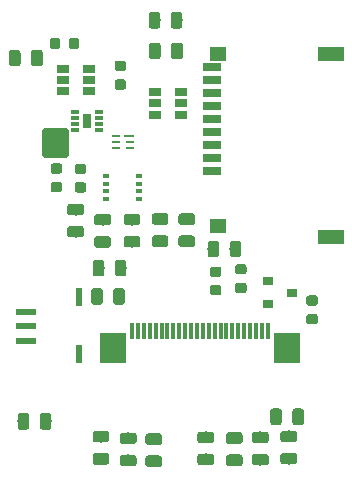
<source format=gbr>
G04 #@! TF.GenerationSoftware,KiCad,Pcbnew,(5.0.1)-rc2*
G04 #@! TF.CreationDate,2019-03-09T00:44:04-07:00*
G04 #@! TF.ProjectId,GPSLogger,4750534C6F676765722E6B696361645F,rev?*
G04 #@! TF.SameCoordinates,Original*
G04 #@! TF.FileFunction,Paste,Bot*
G04 #@! TF.FilePolarity,Positive*
%FSLAX46Y46*%
G04 Gerber Fmt 4.6, Leading zero omitted, Abs format (unit mm)*
G04 Created by KiCad (PCBNEW (5.0.1)-rc2) date 3/9/2019 12:44:04 AM*
%MOMM*%
%LPD*%
G01*
G04 APERTURE LIST*
%ADD10C,0.508000*%
%ADD11C,0.100000*%
%ADD12C,0.975000*%
%ADD13R,0.900000X0.800000*%
%ADD14R,1.060000X0.650000*%
%ADD15R,1.800000X0.600000*%
%ADD16R,0.600000X1.524000*%
%ADD17R,2.300000X2.650000*%
%ADD18R,0.300000X1.400000*%
%ADD19R,0.800000X1.200000*%
%ADD20R,0.700000X0.300000*%
%ADD21R,2.200000X1.200000*%
%ADD22R,1.400000X1.200000*%
%ADD23R,1.600000X0.700000*%
%ADD24C,0.875000*%
%ADD25R,0.600000X0.400000*%
%ADD26R,0.850000X0.280000*%
%ADD27R,0.750000X0.280000*%
G04 APERTURE END LIST*
D10*
G04 #@! TO.C,JP2*
X197739000Y-35953700D02*
X197739000Y-37985700D01*
X198247000Y-35953700D02*
X198247000Y-37985700D01*
X198755000Y-35953700D02*
X198755000Y-37985700D01*
X199263000Y-35953700D02*
X199263000Y-37985700D01*
X199517000Y-35953700D02*
X199517000Y-37985700D01*
X199517000Y-37985700D02*
X197739000Y-37985700D01*
X199517000Y-35953700D02*
X197739000Y-35953700D01*
G04 #@! TD*
D11*
G04 #@! TO.C,C11*
G36*
X209131842Y-25894974D02*
X209155503Y-25898484D01*
X209178707Y-25904296D01*
X209201229Y-25912354D01*
X209222853Y-25922582D01*
X209243370Y-25934879D01*
X209262583Y-25949129D01*
X209280307Y-25965193D01*
X209296371Y-25982917D01*
X209310621Y-26002130D01*
X209322918Y-26022647D01*
X209333146Y-26044271D01*
X209341204Y-26066793D01*
X209347016Y-26089997D01*
X209350526Y-26113658D01*
X209351700Y-26137550D01*
X209351700Y-27050050D01*
X209350526Y-27073942D01*
X209347016Y-27097603D01*
X209341204Y-27120807D01*
X209333146Y-27143329D01*
X209322918Y-27164953D01*
X209310621Y-27185470D01*
X209296371Y-27204683D01*
X209280307Y-27222407D01*
X209262583Y-27238471D01*
X209243370Y-27252721D01*
X209222853Y-27265018D01*
X209201229Y-27275246D01*
X209178707Y-27283304D01*
X209155503Y-27289116D01*
X209131842Y-27292626D01*
X209107950Y-27293800D01*
X208620450Y-27293800D01*
X208596558Y-27292626D01*
X208572897Y-27289116D01*
X208549693Y-27283304D01*
X208527171Y-27275246D01*
X208505547Y-27265018D01*
X208485030Y-27252721D01*
X208465817Y-27238471D01*
X208448093Y-27222407D01*
X208432029Y-27204683D01*
X208417779Y-27185470D01*
X208405482Y-27164953D01*
X208395254Y-27143329D01*
X208387196Y-27120807D01*
X208381384Y-27097603D01*
X208377874Y-27073942D01*
X208376700Y-27050050D01*
X208376700Y-26137550D01*
X208377874Y-26113658D01*
X208381384Y-26089997D01*
X208387196Y-26066793D01*
X208395254Y-26044271D01*
X208405482Y-26022647D01*
X208417779Y-26002130D01*
X208432029Y-25982917D01*
X208448093Y-25965193D01*
X208465817Y-25949129D01*
X208485030Y-25934879D01*
X208505547Y-25922582D01*
X208527171Y-25912354D01*
X208549693Y-25904296D01*
X208572897Y-25898484D01*
X208596558Y-25894974D01*
X208620450Y-25893800D01*
X209107950Y-25893800D01*
X209131842Y-25894974D01*
X209131842Y-25894974D01*
G37*
D12*
X208864200Y-26593800D03*
D11*
G36*
X207256842Y-25894974D02*
X207280503Y-25898484D01*
X207303707Y-25904296D01*
X207326229Y-25912354D01*
X207347853Y-25922582D01*
X207368370Y-25934879D01*
X207387583Y-25949129D01*
X207405307Y-25965193D01*
X207421371Y-25982917D01*
X207435621Y-26002130D01*
X207447918Y-26022647D01*
X207458146Y-26044271D01*
X207466204Y-26066793D01*
X207472016Y-26089997D01*
X207475526Y-26113658D01*
X207476700Y-26137550D01*
X207476700Y-27050050D01*
X207475526Y-27073942D01*
X207472016Y-27097603D01*
X207466204Y-27120807D01*
X207458146Y-27143329D01*
X207447918Y-27164953D01*
X207435621Y-27185470D01*
X207421371Y-27204683D01*
X207405307Y-27222407D01*
X207387583Y-27238471D01*
X207368370Y-27252721D01*
X207347853Y-27265018D01*
X207326229Y-27275246D01*
X207303707Y-27283304D01*
X207280503Y-27289116D01*
X207256842Y-27292626D01*
X207232950Y-27293800D01*
X206745450Y-27293800D01*
X206721558Y-27292626D01*
X206697897Y-27289116D01*
X206674693Y-27283304D01*
X206652171Y-27275246D01*
X206630547Y-27265018D01*
X206610030Y-27252721D01*
X206590817Y-27238471D01*
X206573093Y-27222407D01*
X206557029Y-27204683D01*
X206542779Y-27185470D01*
X206530482Y-27164953D01*
X206520254Y-27143329D01*
X206512196Y-27120807D01*
X206506384Y-27097603D01*
X206502874Y-27073942D01*
X206501700Y-27050050D01*
X206501700Y-26137550D01*
X206502874Y-26113658D01*
X206506384Y-26089997D01*
X206512196Y-26066793D01*
X206520254Y-26044271D01*
X206530482Y-26022647D01*
X206542779Y-26002130D01*
X206557029Y-25982917D01*
X206573093Y-25965193D01*
X206590817Y-25949129D01*
X206610030Y-25934879D01*
X206630547Y-25922582D01*
X206652171Y-25912354D01*
X206674693Y-25904296D01*
X206697897Y-25898484D01*
X206721558Y-25894974D01*
X206745450Y-25893800D01*
X207232950Y-25893800D01*
X207256842Y-25894974D01*
X207256842Y-25894974D01*
G37*
D12*
X206989200Y-26593800D03*
G04 #@! TD*
D11*
G04 #@! TO.C,C12*
G36*
X196157042Y-59854774D02*
X196180703Y-59858284D01*
X196203907Y-59864096D01*
X196226429Y-59872154D01*
X196248053Y-59882382D01*
X196268570Y-59894679D01*
X196287783Y-59908929D01*
X196305507Y-59924993D01*
X196321571Y-59942717D01*
X196335821Y-59961930D01*
X196348118Y-59982447D01*
X196358346Y-60004071D01*
X196366404Y-60026593D01*
X196372216Y-60049797D01*
X196375726Y-60073458D01*
X196376900Y-60097350D01*
X196376900Y-61009850D01*
X196375726Y-61033742D01*
X196372216Y-61057403D01*
X196366404Y-61080607D01*
X196358346Y-61103129D01*
X196348118Y-61124753D01*
X196335821Y-61145270D01*
X196321571Y-61164483D01*
X196305507Y-61182207D01*
X196287783Y-61198271D01*
X196268570Y-61212521D01*
X196248053Y-61224818D01*
X196226429Y-61235046D01*
X196203907Y-61243104D01*
X196180703Y-61248916D01*
X196157042Y-61252426D01*
X196133150Y-61253600D01*
X195645650Y-61253600D01*
X195621758Y-61252426D01*
X195598097Y-61248916D01*
X195574893Y-61243104D01*
X195552371Y-61235046D01*
X195530747Y-61224818D01*
X195510230Y-61212521D01*
X195491017Y-61198271D01*
X195473293Y-61182207D01*
X195457229Y-61164483D01*
X195442979Y-61145270D01*
X195430682Y-61124753D01*
X195420454Y-61103129D01*
X195412396Y-61080607D01*
X195406584Y-61057403D01*
X195403074Y-61033742D01*
X195401900Y-61009850D01*
X195401900Y-60097350D01*
X195403074Y-60073458D01*
X195406584Y-60049797D01*
X195412396Y-60026593D01*
X195420454Y-60004071D01*
X195430682Y-59982447D01*
X195442979Y-59961930D01*
X195457229Y-59942717D01*
X195473293Y-59924993D01*
X195491017Y-59908929D01*
X195510230Y-59894679D01*
X195530747Y-59882382D01*
X195552371Y-59872154D01*
X195574893Y-59864096D01*
X195598097Y-59858284D01*
X195621758Y-59854774D01*
X195645650Y-59853600D01*
X196133150Y-59853600D01*
X196157042Y-59854774D01*
X196157042Y-59854774D01*
G37*
D12*
X195889400Y-60553600D03*
D11*
G36*
X198032042Y-59854774D02*
X198055703Y-59858284D01*
X198078907Y-59864096D01*
X198101429Y-59872154D01*
X198123053Y-59882382D01*
X198143570Y-59894679D01*
X198162783Y-59908929D01*
X198180507Y-59924993D01*
X198196571Y-59942717D01*
X198210821Y-59961930D01*
X198223118Y-59982447D01*
X198233346Y-60004071D01*
X198241404Y-60026593D01*
X198247216Y-60049797D01*
X198250726Y-60073458D01*
X198251900Y-60097350D01*
X198251900Y-61009850D01*
X198250726Y-61033742D01*
X198247216Y-61057403D01*
X198241404Y-61080607D01*
X198233346Y-61103129D01*
X198223118Y-61124753D01*
X198210821Y-61145270D01*
X198196571Y-61164483D01*
X198180507Y-61182207D01*
X198162783Y-61198271D01*
X198143570Y-61212521D01*
X198123053Y-61224818D01*
X198101429Y-61235046D01*
X198078907Y-61243104D01*
X198055703Y-61248916D01*
X198032042Y-61252426D01*
X198008150Y-61253600D01*
X197520650Y-61253600D01*
X197496758Y-61252426D01*
X197473097Y-61248916D01*
X197449893Y-61243104D01*
X197427371Y-61235046D01*
X197405747Y-61224818D01*
X197385230Y-61212521D01*
X197366017Y-61198271D01*
X197348293Y-61182207D01*
X197332229Y-61164483D01*
X197317979Y-61145270D01*
X197305682Y-61124753D01*
X197295454Y-61103129D01*
X197287396Y-61080607D01*
X197281584Y-61057403D01*
X197278074Y-61033742D01*
X197276900Y-61009850D01*
X197276900Y-60097350D01*
X197278074Y-60073458D01*
X197281584Y-60049797D01*
X197287396Y-60026593D01*
X197295454Y-60004071D01*
X197305682Y-59982447D01*
X197317979Y-59961930D01*
X197332229Y-59942717D01*
X197348293Y-59924993D01*
X197366017Y-59908929D01*
X197385230Y-59894679D01*
X197405747Y-59882382D01*
X197427371Y-59872154D01*
X197449893Y-59864096D01*
X197473097Y-59858284D01*
X197496758Y-59854774D01*
X197520650Y-59853600D01*
X198008150Y-59853600D01*
X198032042Y-59854774D01*
X198032042Y-59854774D01*
G37*
D12*
X197764400Y-60553600D03*
G04 #@! TD*
D11*
G04 #@! TO.C,C13*
G36*
X202918142Y-63239974D02*
X202941803Y-63243484D01*
X202965007Y-63249296D01*
X202987529Y-63257354D01*
X203009153Y-63267582D01*
X203029670Y-63279879D01*
X203048883Y-63294129D01*
X203066607Y-63310193D01*
X203082671Y-63327917D01*
X203096921Y-63347130D01*
X203109218Y-63367647D01*
X203119446Y-63389271D01*
X203127504Y-63411793D01*
X203133316Y-63434997D01*
X203136826Y-63458658D01*
X203138000Y-63482550D01*
X203138000Y-63970050D01*
X203136826Y-63993942D01*
X203133316Y-64017603D01*
X203127504Y-64040807D01*
X203119446Y-64063329D01*
X203109218Y-64084953D01*
X203096921Y-64105470D01*
X203082671Y-64124683D01*
X203066607Y-64142407D01*
X203048883Y-64158471D01*
X203029670Y-64172721D01*
X203009153Y-64185018D01*
X202987529Y-64195246D01*
X202965007Y-64203304D01*
X202941803Y-64209116D01*
X202918142Y-64212626D01*
X202894250Y-64213800D01*
X201981750Y-64213800D01*
X201957858Y-64212626D01*
X201934197Y-64209116D01*
X201910993Y-64203304D01*
X201888471Y-64195246D01*
X201866847Y-64185018D01*
X201846330Y-64172721D01*
X201827117Y-64158471D01*
X201809393Y-64142407D01*
X201793329Y-64124683D01*
X201779079Y-64105470D01*
X201766782Y-64084953D01*
X201756554Y-64063329D01*
X201748496Y-64040807D01*
X201742684Y-64017603D01*
X201739174Y-63993942D01*
X201738000Y-63970050D01*
X201738000Y-63482550D01*
X201739174Y-63458658D01*
X201742684Y-63434997D01*
X201748496Y-63411793D01*
X201756554Y-63389271D01*
X201766782Y-63367647D01*
X201779079Y-63347130D01*
X201793329Y-63327917D01*
X201809393Y-63310193D01*
X201827117Y-63294129D01*
X201846330Y-63279879D01*
X201866847Y-63267582D01*
X201888471Y-63257354D01*
X201910993Y-63249296D01*
X201934197Y-63243484D01*
X201957858Y-63239974D01*
X201981750Y-63238800D01*
X202894250Y-63238800D01*
X202918142Y-63239974D01*
X202918142Y-63239974D01*
G37*
D12*
X202438000Y-63726300D03*
D11*
G36*
X202918142Y-61364974D02*
X202941803Y-61368484D01*
X202965007Y-61374296D01*
X202987529Y-61382354D01*
X203009153Y-61392582D01*
X203029670Y-61404879D01*
X203048883Y-61419129D01*
X203066607Y-61435193D01*
X203082671Y-61452917D01*
X203096921Y-61472130D01*
X203109218Y-61492647D01*
X203119446Y-61514271D01*
X203127504Y-61536793D01*
X203133316Y-61559997D01*
X203136826Y-61583658D01*
X203138000Y-61607550D01*
X203138000Y-62095050D01*
X203136826Y-62118942D01*
X203133316Y-62142603D01*
X203127504Y-62165807D01*
X203119446Y-62188329D01*
X203109218Y-62209953D01*
X203096921Y-62230470D01*
X203082671Y-62249683D01*
X203066607Y-62267407D01*
X203048883Y-62283471D01*
X203029670Y-62297721D01*
X203009153Y-62310018D01*
X202987529Y-62320246D01*
X202965007Y-62328304D01*
X202941803Y-62334116D01*
X202918142Y-62337626D01*
X202894250Y-62338800D01*
X201981750Y-62338800D01*
X201957858Y-62337626D01*
X201934197Y-62334116D01*
X201910993Y-62328304D01*
X201888471Y-62320246D01*
X201866847Y-62310018D01*
X201846330Y-62297721D01*
X201827117Y-62283471D01*
X201809393Y-62267407D01*
X201793329Y-62249683D01*
X201779079Y-62230470D01*
X201766782Y-62209953D01*
X201756554Y-62188329D01*
X201748496Y-62165807D01*
X201742684Y-62142603D01*
X201739174Y-62118942D01*
X201738000Y-62095050D01*
X201738000Y-61607550D01*
X201739174Y-61583658D01*
X201742684Y-61559997D01*
X201748496Y-61536793D01*
X201756554Y-61514271D01*
X201766782Y-61492647D01*
X201779079Y-61472130D01*
X201793329Y-61452917D01*
X201809393Y-61435193D01*
X201827117Y-61419129D01*
X201846330Y-61404879D01*
X201866847Y-61392582D01*
X201888471Y-61382354D01*
X201910993Y-61374296D01*
X201934197Y-61368484D01*
X201957858Y-61364974D01*
X201981750Y-61363800D01*
X202894250Y-61363800D01*
X202918142Y-61364974D01*
X202918142Y-61364974D01*
G37*
D12*
X202438000Y-61851300D03*
G04 #@! TD*
D11*
G04 #@! TO.C,C14*
G36*
X205242242Y-63377374D02*
X205265903Y-63380884D01*
X205289107Y-63386696D01*
X205311629Y-63394754D01*
X205333253Y-63404982D01*
X205353770Y-63417279D01*
X205372983Y-63431529D01*
X205390707Y-63447593D01*
X205406771Y-63465317D01*
X205421021Y-63484530D01*
X205433318Y-63505047D01*
X205443546Y-63526671D01*
X205451604Y-63549193D01*
X205457416Y-63572397D01*
X205460926Y-63596058D01*
X205462100Y-63619950D01*
X205462100Y-64107450D01*
X205460926Y-64131342D01*
X205457416Y-64155003D01*
X205451604Y-64178207D01*
X205443546Y-64200729D01*
X205433318Y-64222353D01*
X205421021Y-64242870D01*
X205406771Y-64262083D01*
X205390707Y-64279807D01*
X205372983Y-64295871D01*
X205353770Y-64310121D01*
X205333253Y-64322418D01*
X205311629Y-64332646D01*
X205289107Y-64340704D01*
X205265903Y-64346516D01*
X205242242Y-64350026D01*
X205218350Y-64351200D01*
X204305850Y-64351200D01*
X204281958Y-64350026D01*
X204258297Y-64346516D01*
X204235093Y-64340704D01*
X204212571Y-64332646D01*
X204190947Y-64322418D01*
X204170430Y-64310121D01*
X204151217Y-64295871D01*
X204133493Y-64279807D01*
X204117429Y-64262083D01*
X204103179Y-64242870D01*
X204090882Y-64222353D01*
X204080654Y-64200729D01*
X204072596Y-64178207D01*
X204066784Y-64155003D01*
X204063274Y-64131342D01*
X204062100Y-64107450D01*
X204062100Y-63619950D01*
X204063274Y-63596058D01*
X204066784Y-63572397D01*
X204072596Y-63549193D01*
X204080654Y-63526671D01*
X204090882Y-63505047D01*
X204103179Y-63484530D01*
X204117429Y-63465317D01*
X204133493Y-63447593D01*
X204151217Y-63431529D01*
X204170430Y-63417279D01*
X204190947Y-63404982D01*
X204212571Y-63394754D01*
X204235093Y-63386696D01*
X204258297Y-63380884D01*
X204281958Y-63377374D01*
X204305850Y-63376200D01*
X205218350Y-63376200D01*
X205242242Y-63377374D01*
X205242242Y-63377374D01*
G37*
D12*
X204762100Y-63863700D03*
D11*
G36*
X205242242Y-61502374D02*
X205265903Y-61505884D01*
X205289107Y-61511696D01*
X205311629Y-61519754D01*
X205333253Y-61529982D01*
X205353770Y-61542279D01*
X205372983Y-61556529D01*
X205390707Y-61572593D01*
X205406771Y-61590317D01*
X205421021Y-61609530D01*
X205433318Y-61630047D01*
X205443546Y-61651671D01*
X205451604Y-61674193D01*
X205457416Y-61697397D01*
X205460926Y-61721058D01*
X205462100Y-61744950D01*
X205462100Y-62232450D01*
X205460926Y-62256342D01*
X205457416Y-62280003D01*
X205451604Y-62303207D01*
X205443546Y-62325729D01*
X205433318Y-62347353D01*
X205421021Y-62367870D01*
X205406771Y-62387083D01*
X205390707Y-62404807D01*
X205372983Y-62420871D01*
X205353770Y-62435121D01*
X205333253Y-62447418D01*
X205311629Y-62457646D01*
X205289107Y-62465704D01*
X205265903Y-62471516D01*
X205242242Y-62475026D01*
X205218350Y-62476200D01*
X204305850Y-62476200D01*
X204281958Y-62475026D01*
X204258297Y-62471516D01*
X204235093Y-62465704D01*
X204212571Y-62457646D01*
X204190947Y-62447418D01*
X204170430Y-62435121D01*
X204151217Y-62420871D01*
X204133493Y-62404807D01*
X204117429Y-62387083D01*
X204103179Y-62367870D01*
X204090882Y-62347353D01*
X204080654Y-62325729D01*
X204072596Y-62303207D01*
X204066784Y-62280003D01*
X204063274Y-62256342D01*
X204062100Y-62232450D01*
X204062100Y-61744950D01*
X204063274Y-61721058D01*
X204066784Y-61697397D01*
X204072596Y-61674193D01*
X204080654Y-61651671D01*
X204090882Y-61630047D01*
X204103179Y-61609530D01*
X204117429Y-61590317D01*
X204133493Y-61572593D01*
X204151217Y-61556529D01*
X204170430Y-61542279D01*
X204190947Y-61529982D01*
X204212571Y-61519754D01*
X204235093Y-61511696D01*
X204258297Y-61505884D01*
X204281958Y-61502374D01*
X204305850Y-61501200D01*
X205218350Y-61501200D01*
X205242242Y-61502374D01*
X205242242Y-61502374D01*
G37*
D12*
X204762100Y-61988700D03*
G04 #@! TD*
D11*
G04 #@! TO.C,C15*
G36*
X207401242Y-63440874D02*
X207424903Y-63444384D01*
X207448107Y-63450196D01*
X207470629Y-63458254D01*
X207492253Y-63468482D01*
X207512770Y-63480779D01*
X207531983Y-63495029D01*
X207549707Y-63511093D01*
X207565771Y-63528817D01*
X207580021Y-63548030D01*
X207592318Y-63568547D01*
X207602546Y-63590171D01*
X207610604Y-63612693D01*
X207616416Y-63635897D01*
X207619926Y-63659558D01*
X207621100Y-63683450D01*
X207621100Y-64170950D01*
X207619926Y-64194842D01*
X207616416Y-64218503D01*
X207610604Y-64241707D01*
X207602546Y-64264229D01*
X207592318Y-64285853D01*
X207580021Y-64306370D01*
X207565771Y-64325583D01*
X207549707Y-64343307D01*
X207531983Y-64359371D01*
X207512770Y-64373621D01*
X207492253Y-64385918D01*
X207470629Y-64396146D01*
X207448107Y-64404204D01*
X207424903Y-64410016D01*
X207401242Y-64413526D01*
X207377350Y-64414700D01*
X206464850Y-64414700D01*
X206440958Y-64413526D01*
X206417297Y-64410016D01*
X206394093Y-64404204D01*
X206371571Y-64396146D01*
X206349947Y-64385918D01*
X206329430Y-64373621D01*
X206310217Y-64359371D01*
X206292493Y-64343307D01*
X206276429Y-64325583D01*
X206262179Y-64306370D01*
X206249882Y-64285853D01*
X206239654Y-64264229D01*
X206231596Y-64241707D01*
X206225784Y-64218503D01*
X206222274Y-64194842D01*
X206221100Y-64170950D01*
X206221100Y-63683450D01*
X206222274Y-63659558D01*
X206225784Y-63635897D01*
X206231596Y-63612693D01*
X206239654Y-63590171D01*
X206249882Y-63568547D01*
X206262179Y-63548030D01*
X206276429Y-63528817D01*
X206292493Y-63511093D01*
X206310217Y-63495029D01*
X206329430Y-63480779D01*
X206349947Y-63468482D01*
X206371571Y-63458254D01*
X206394093Y-63450196D01*
X206417297Y-63444384D01*
X206440958Y-63440874D01*
X206464850Y-63439700D01*
X207377350Y-63439700D01*
X207401242Y-63440874D01*
X207401242Y-63440874D01*
G37*
D12*
X206921100Y-63927200D03*
D11*
G36*
X207401242Y-61565874D02*
X207424903Y-61569384D01*
X207448107Y-61575196D01*
X207470629Y-61583254D01*
X207492253Y-61593482D01*
X207512770Y-61605779D01*
X207531983Y-61620029D01*
X207549707Y-61636093D01*
X207565771Y-61653817D01*
X207580021Y-61673030D01*
X207592318Y-61693547D01*
X207602546Y-61715171D01*
X207610604Y-61737693D01*
X207616416Y-61760897D01*
X207619926Y-61784558D01*
X207621100Y-61808450D01*
X207621100Y-62295950D01*
X207619926Y-62319842D01*
X207616416Y-62343503D01*
X207610604Y-62366707D01*
X207602546Y-62389229D01*
X207592318Y-62410853D01*
X207580021Y-62431370D01*
X207565771Y-62450583D01*
X207549707Y-62468307D01*
X207531983Y-62484371D01*
X207512770Y-62498621D01*
X207492253Y-62510918D01*
X207470629Y-62521146D01*
X207448107Y-62529204D01*
X207424903Y-62535016D01*
X207401242Y-62538526D01*
X207377350Y-62539700D01*
X206464850Y-62539700D01*
X206440958Y-62538526D01*
X206417297Y-62535016D01*
X206394093Y-62529204D01*
X206371571Y-62521146D01*
X206349947Y-62510918D01*
X206329430Y-62498621D01*
X206310217Y-62484371D01*
X206292493Y-62468307D01*
X206276429Y-62450583D01*
X206262179Y-62431370D01*
X206249882Y-62410853D01*
X206239654Y-62389229D01*
X206231596Y-62366707D01*
X206225784Y-62343503D01*
X206222274Y-62319842D01*
X206221100Y-62295950D01*
X206221100Y-61808450D01*
X206222274Y-61784558D01*
X206225784Y-61760897D01*
X206231596Y-61737693D01*
X206239654Y-61715171D01*
X206249882Y-61693547D01*
X206262179Y-61673030D01*
X206276429Y-61653817D01*
X206292493Y-61636093D01*
X206310217Y-61620029D01*
X206329430Y-61605779D01*
X206349947Y-61593482D01*
X206371571Y-61583254D01*
X206394093Y-61575196D01*
X206417297Y-61569384D01*
X206440958Y-61565874D01*
X206464850Y-61564700D01*
X207377350Y-61564700D01*
X207401242Y-61565874D01*
X207401242Y-61565874D01*
G37*
D12*
X206921100Y-62052200D03*
G04 #@! TD*
D11*
G04 #@! TO.C,C16*
G36*
X211795442Y-63293074D02*
X211819103Y-63296584D01*
X211842307Y-63302396D01*
X211864829Y-63310454D01*
X211886453Y-63320682D01*
X211906970Y-63332979D01*
X211926183Y-63347229D01*
X211943907Y-63363293D01*
X211959971Y-63381017D01*
X211974221Y-63400230D01*
X211986518Y-63420747D01*
X211996746Y-63442371D01*
X212004804Y-63464893D01*
X212010616Y-63488097D01*
X212014126Y-63511758D01*
X212015300Y-63535650D01*
X212015300Y-64023150D01*
X212014126Y-64047042D01*
X212010616Y-64070703D01*
X212004804Y-64093907D01*
X211996746Y-64116429D01*
X211986518Y-64138053D01*
X211974221Y-64158570D01*
X211959971Y-64177783D01*
X211943907Y-64195507D01*
X211926183Y-64211571D01*
X211906970Y-64225821D01*
X211886453Y-64238118D01*
X211864829Y-64248346D01*
X211842307Y-64256404D01*
X211819103Y-64262216D01*
X211795442Y-64265726D01*
X211771550Y-64266900D01*
X210859050Y-64266900D01*
X210835158Y-64265726D01*
X210811497Y-64262216D01*
X210788293Y-64256404D01*
X210765771Y-64248346D01*
X210744147Y-64238118D01*
X210723630Y-64225821D01*
X210704417Y-64211571D01*
X210686693Y-64195507D01*
X210670629Y-64177783D01*
X210656379Y-64158570D01*
X210644082Y-64138053D01*
X210633854Y-64116429D01*
X210625796Y-64093907D01*
X210619984Y-64070703D01*
X210616474Y-64047042D01*
X210615300Y-64023150D01*
X210615300Y-63535650D01*
X210616474Y-63511758D01*
X210619984Y-63488097D01*
X210625796Y-63464893D01*
X210633854Y-63442371D01*
X210644082Y-63420747D01*
X210656379Y-63400230D01*
X210670629Y-63381017D01*
X210686693Y-63363293D01*
X210704417Y-63347229D01*
X210723630Y-63332979D01*
X210744147Y-63320682D01*
X210765771Y-63310454D01*
X210788293Y-63302396D01*
X210811497Y-63296584D01*
X210835158Y-63293074D01*
X210859050Y-63291900D01*
X211771550Y-63291900D01*
X211795442Y-63293074D01*
X211795442Y-63293074D01*
G37*
D12*
X211315300Y-63779400D03*
D11*
G36*
X211795442Y-61418074D02*
X211819103Y-61421584D01*
X211842307Y-61427396D01*
X211864829Y-61435454D01*
X211886453Y-61445682D01*
X211906970Y-61457979D01*
X211926183Y-61472229D01*
X211943907Y-61488293D01*
X211959971Y-61506017D01*
X211974221Y-61525230D01*
X211986518Y-61545747D01*
X211996746Y-61567371D01*
X212004804Y-61589893D01*
X212010616Y-61613097D01*
X212014126Y-61636758D01*
X212015300Y-61660650D01*
X212015300Y-62148150D01*
X212014126Y-62172042D01*
X212010616Y-62195703D01*
X212004804Y-62218907D01*
X211996746Y-62241429D01*
X211986518Y-62263053D01*
X211974221Y-62283570D01*
X211959971Y-62302783D01*
X211943907Y-62320507D01*
X211926183Y-62336571D01*
X211906970Y-62350821D01*
X211886453Y-62363118D01*
X211864829Y-62373346D01*
X211842307Y-62381404D01*
X211819103Y-62387216D01*
X211795442Y-62390726D01*
X211771550Y-62391900D01*
X210859050Y-62391900D01*
X210835158Y-62390726D01*
X210811497Y-62387216D01*
X210788293Y-62381404D01*
X210765771Y-62373346D01*
X210744147Y-62363118D01*
X210723630Y-62350821D01*
X210704417Y-62336571D01*
X210686693Y-62320507D01*
X210670629Y-62302783D01*
X210656379Y-62283570D01*
X210644082Y-62263053D01*
X210633854Y-62241429D01*
X210625796Y-62218907D01*
X210619984Y-62195703D01*
X210616474Y-62172042D01*
X210615300Y-62148150D01*
X210615300Y-61660650D01*
X210616474Y-61636758D01*
X210619984Y-61613097D01*
X210625796Y-61589893D01*
X210633854Y-61567371D01*
X210644082Y-61545747D01*
X210656379Y-61525230D01*
X210670629Y-61506017D01*
X210686693Y-61488293D01*
X210704417Y-61472229D01*
X210723630Y-61457979D01*
X210744147Y-61445682D01*
X210765771Y-61435454D01*
X210788293Y-61427396D01*
X210811497Y-61421584D01*
X210835158Y-61418074D01*
X210859050Y-61416900D01*
X211771550Y-61416900D01*
X211795442Y-61418074D01*
X211795442Y-61418074D01*
G37*
D12*
X211315300Y-61904400D03*
G04 #@! TD*
D11*
G04 #@! TO.C,C17*
G36*
X214221142Y-63356574D02*
X214244803Y-63360084D01*
X214268007Y-63365896D01*
X214290529Y-63373954D01*
X214312153Y-63384182D01*
X214332670Y-63396479D01*
X214351883Y-63410729D01*
X214369607Y-63426793D01*
X214385671Y-63444517D01*
X214399921Y-63463730D01*
X214412218Y-63484247D01*
X214422446Y-63505871D01*
X214430504Y-63528393D01*
X214436316Y-63551597D01*
X214439826Y-63575258D01*
X214441000Y-63599150D01*
X214441000Y-64086650D01*
X214439826Y-64110542D01*
X214436316Y-64134203D01*
X214430504Y-64157407D01*
X214422446Y-64179929D01*
X214412218Y-64201553D01*
X214399921Y-64222070D01*
X214385671Y-64241283D01*
X214369607Y-64259007D01*
X214351883Y-64275071D01*
X214332670Y-64289321D01*
X214312153Y-64301618D01*
X214290529Y-64311846D01*
X214268007Y-64319904D01*
X214244803Y-64325716D01*
X214221142Y-64329226D01*
X214197250Y-64330400D01*
X213284750Y-64330400D01*
X213260858Y-64329226D01*
X213237197Y-64325716D01*
X213213993Y-64319904D01*
X213191471Y-64311846D01*
X213169847Y-64301618D01*
X213149330Y-64289321D01*
X213130117Y-64275071D01*
X213112393Y-64259007D01*
X213096329Y-64241283D01*
X213082079Y-64222070D01*
X213069782Y-64201553D01*
X213059554Y-64179929D01*
X213051496Y-64157407D01*
X213045684Y-64134203D01*
X213042174Y-64110542D01*
X213041000Y-64086650D01*
X213041000Y-63599150D01*
X213042174Y-63575258D01*
X213045684Y-63551597D01*
X213051496Y-63528393D01*
X213059554Y-63505871D01*
X213069782Y-63484247D01*
X213082079Y-63463730D01*
X213096329Y-63444517D01*
X213112393Y-63426793D01*
X213130117Y-63410729D01*
X213149330Y-63396479D01*
X213169847Y-63384182D01*
X213191471Y-63373954D01*
X213213993Y-63365896D01*
X213237197Y-63360084D01*
X213260858Y-63356574D01*
X213284750Y-63355400D01*
X214197250Y-63355400D01*
X214221142Y-63356574D01*
X214221142Y-63356574D01*
G37*
D12*
X213741000Y-63842900D03*
D11*
G36*
X214221142Y-61481574D02*
X214244803Y-61485084D01*
X214268007Y-61490896D01*
X214290529Y-61498954D01*
X214312153Y-61509182D01*
X214332670Y-61521479D01*
X214351883Y-61535729D01*
X214369607Y-61551793D01*
X214385671Y-61569517D01*
X214399921Y-61588730D01*
X214412218Y-61609247D01*
X214422446Y-61630871D01*
X214430504Y-61653393D01*
X214436316Y-61676597D01*
X214439826Y-61700258D01*
X214441000Y-61724150D01*
X214441000Y-62211650D01*
X214439826Y-62235542D01*
X214436316Y-62259203D01*
X214430504Y-62282407D01*
X214422446Y-62304929D01*
X214412218Y-62326553D01*
X214399921Y-62347070D01*
X214385671Y-62366283D01*
X214369607Y-62384007D01*
X214351883Y-62400071D01*
X214332670Y-62414321D01*
X214312153Y-62426618D01*
X214290529Y-62436846D01*
X214268007Y-62444904D01*
X214244803Y-62450716D01*
X214221142Y-62454226D01*
X214197250Y-62455400D01*
X213284750Y-62455400D01*
X213260858Y-62454226D01*
X213237197Y-62450716D01*
X213213993Y-62444904D01*
X213191471Y-62436846D01*
X213169847Y-62426618D01*
X213149330Y-62414321D01*
X213130117Y-62400071D01*
X213112393Y-62384007D01*
X213096329Y-62366283D01*
X213082079Y-62347070D01*
X213069782Y-62326553D01*
X213059554Y-62304929D01*
X213051496Y-62282407D01*
X213045684Y-62259203D01*
X213042174Y-62235542D01*
X213041000Y-62211650D01*
X213041000Y-61724150D01*
X213042174Y-61700258D01*
X213045684Y-61676597D01*
X213051496Y-61653393D01*
X213059554Y-61630871D01*
X213069782Y-61609247D01*
X213082079Y-61588730D01*
X213096329Y-61569517D01*
X213112393Y-61551793D01*
X213130117Y-61535729D01*
X213149330Y-61521479D01*
X213169847Y-61509182D01*
X213191471Y-61498954D01*
X213213993Y-61490896D01*
X213237197Y-61485084D01*
X213260858Y-61481574D01*
X213284750Y-61480400D01*
X214197250Y-61480400D01*
X214221142Y-61481574D01*
X214221142Y-61481574D01*
G37*
D12*
X213741000Y-61967900D03*
G04 #@! TD*
D11*
G04 #@! TO.C,C18*
G36*
X216430942Y-63305774D02*
X216454603Y-63309284D01*
X216477807Y-63315096D01*
X216500329Y-63323154D01*
X216521953Y-63333382D01*
X216542470Y-63345679D01*
X216561683Y-63359929D01*
X216579407Y-63375993D01*
X216595471Y-63393717D01*
X216609721Y-63412930D01*
X216622018Y-63433447D01*
X216632246Y-63455071D01*
X216640304Y-63477593D01*
X216646116Y-63500797D01*
X216649626Y-63524458D01*
X216650800Y-63548350D01*
X216650800Y-64035850D01*
X216649626Y-64059742D01*
X216646116Y-64083403D01*
X216640304Y-64106607D01*
X216632246Y-64129129D01*
X216622018Y-64150753D01*
X216609721Y-64171270D01*
X216595471Y-64190483D01*
X216579407Y-64208207D01*
X216561683Y-64224271D01*
X216542470Y-64238521D01*
X216521953Y-64250818D01*
X216500329Y-64261046D01*
X216477807Y-64269104D01*
X216454603Y-64274916D01*
X216430942Y-64278426D01*
X216407050Y-64279600D01*
X215494550Y-64279600D01*
X215470658Y-64278426D01*
X215446997Y-64274916D01*
X215423793Y-64269104D01*
X215401271Y-64261046D01*
X215379647Y-64250818D01*
X215359130Y-64238521D01*
X215339917Y-64224271D01*
X215322193Y-64208207D01*
X215306129Y-64190483D01*
X215291879Y-64171270D01*
X215279582Y-64150753D01*
X215269354Y-64129129D01*
X215261296Y-64106607D01*
X215255484Y-64083403D01*
X215251974Y-64059742D01*
X215250800Y-64035850D01*
X215250800Y-63548350D01*
X215251974Y-63524458D01*
X215255484Y-63500797D01*
X215261296Y-63477593D01*
X215269354Y-63455071D01*
X215279582Y-63433447D01*
X215291879Y-63412930D01*
X215306129Y-63393717D01*
X215322193Y-63375993D01*
X215339917Y-63359929D01*
X215359130Y-63345679D01*
X215379647Y-63333382D01*
X215401271Y-63323154D01*
X215423793Y-63315096D01*
X215446997Y-63309284D01*
X215470658Y-63305774D01*
X215494550Y-63304600D01*
X216407050Y-63304600D01*
X216430942Y-63305774D01*
X216430942Y-63305774D01*
G37*
D12*
X215950800Y-63792100D03*
D11*
G36*
X216430942Y-61430774D02*
X216454603Y-61434284D01*
X216477807Y-61440096D01*
X216500329Y-61448154D01*
X216521953Y-61458382D01*
X216542470Y-61470679D01*
X216561683Y-61484929D01*
X216579407Y-61500993D01*
X216595471Y-61518717D01*
X216609721Y-61537930D01*
X216622018Y-61558447D01*
X216632246Y-61580071D01*
X216640304Y-61602593D01*
X216646116Y-61625797D01*
X216649626Y-61649458D01*
X216650800Y-61673350D01*
X216650800Y-62160850D01*
X216649626Y-62184742D01*
X216646116Y-62208403D01*
X216640304Y-62231607D01*
X216632246Y-62254129D01*
X216622018Y-62275753D01*
X216609721Y-62296270D01*
X216595471Y-62315483D01*
X216579407Y-62333207D01*
X216561683Y-62349271D01*
X216542470Y-62363521D01*
X216521953Y-62375818D01*
X216500329Y-62386046D01*
X216477807Y-62394104D01*
X216454603Y-62399916D01*
X216430942Y-62403426D01*
X216407050Y-62404600D01*
X215494550Y-62404600D01*
X215470658Y-62403426D01*
X215446997Y-62399916D01*
X215423793Y-62394104D01*
X215401271Y-62386046D01*
X215379647Y-62375818D01*
X215359130Y-62363521D01*
X215339917Y-62349271D01*
X215322193Y-62333207D01*
X215306129Y-62315483D01*
X215291879Y-62296270D01*
X215279582Y-62275753D01*
X215269354Y-62254129D01*
X215261296Y-62231607D01*
X215255484Y-62208403D01*
X215251974Y-62184742D01*
X215250800Y-62160850D01*
X215250800Y-61673350D01*
X215251974Y-61649458D01*
X215255484Y-61625797D01*
X215261296Y-61602593D01*
X215269354Y-61580071D01*
X215279582Y-61558447D01*
X215291879Y-61537930D01*
X215306129Y-61518717D01*
X215322193Y-61500993D01*
X215339917Y-61484929D01*
X215359130Y-61470679D01*
X215379647Y-61458382D01*
X215401271Y-61448154D01*
X215423793Y-61440096D01*
X215446997Y-61434284D01*
X215470658Y-61430774D01*
X215494550Y-61429600D01*
X216407050Y-61429600D01*
X216430942Y-61430774D01*
X216430942Y-61430774D01*
G37*
D12*
X215950800Y-61917100D03*
G04 #@! TD*
D11*
G04 #@! TO.C,C19*
G36*
X218831242Y-63216874D02*
X218854903Y-63220384D01*
X218878107Y-63226196D01*
X218900629Y-63234254D01*
X218922253Y-63244482D01*
X218942770Y-63256779D01*
X218961983Y-63271029D01*
X218979707Y-63287093D01*
X218995771Y-63304817D01*
X219010021Y-63324030D01*
X219022318Y-63344547D01*
X219032546Y-63366171D01*
X219040604Y-63388693D01*
X219046416Y-63411897D01*
X219049926Y-63435558D01*
X219051100Y-63459450D01*
X219051100Y-63946950D01*
X219049926Y-63970842D01*
X219046416Y-63994503D01*
X219040604Y-64017707D01*
X219032546Y-64040229D01*
X219022318Y-64061853D01*
X219010021Y-64082370D01*
X218995771Y-64101583D01*
X218979707Y-64119307D01*
X218961983Y-64135371D01*
X218942770Y-64149621D01*
X218922253Y-64161918D01*
X218900629Y-64172146D01*
X218878107Y-64180204D01*
X218854903Y-64186016D01*
X218831242Y-64189526D01*
X218807350Y-64190700D01*
X217894850Y-64190700D01*
X217870958Y-64189526D01*
X217847297Y-64186016D01*
X217824093Y-64180204D01*
X217801571Y-64172146D01*
X217779947Y-64161918D01*
X217759430Y-64149621D01*
X217740217Y-64135371D01*
X217722493Y-64119307D01*
X217706429Y-64101583D01*
X217692179Y-64082370D01*
X217679882Y-64061853D01*
X217669654Y-64040229D01*
X217661596Y-64017707D01*
X217655784Y-63994503D01*
X217652274Y-63970842D01*
X217651100Y-63946950D01*
X217651100Y-63459450D01*
X217652274Y-63435558D01*
X217655784Y-63411897D01*
X217661596Y-63388693D01*
X217669654Y-63366171D01*
X217679882Y-63344547D01*
X217692179Y-63324030D01*
X217706429Y-63304817D01*
X217722493Y-63287093D01*
X217740217Y-63271029D01*
X217759430Y-63256779D01*
X217779947Y-63244482D01*
X217801571Y-63234254D01*
X217824093Y-63226196D01*
X217847297Y-63220384D01*
X217870958Y-63216874D01*
X217894850Y-63215700D01*
X218807350Y-63215700D01*
X218831242Y-63216874D01*
X218831242Y-63216874D01*
G37*
D12*
X218351100Y-63703200D03*
D11*
G36*
X218831242Y-61341874D02*
X218854903Y-61345384D01*
X218878107Y-61351196D01*
X218900629Y-61359254D01*
X218922253Y-61369482D01*
X218942770Y-61381779D01*
X218961983Y-61396029D01*
X218979707Y-61412093D01*
X218995771Y-61429817D01*
X219010021Y-61449030D01*
X219022318Y-61469547D01*
X219032546Y-61491171D01*
X219040604Y-61513693D01*
X219046416Y-61536897D01*
X219049926Y-61560558D01*
X219051100Y-61584450D01*
X219051100Y-62071950D01*
X219049926Y-62095842D01*
X219046416Y-62119503D01*
X219040604Y-62142707D01*
X219032546Y-62165229D01*
X219022318Y-62186853D01*
X219010021Y-62207370D01*
X218995771Y-62226583D01*
X218979707Y-62244307D01*
X218961983Y-62260371D01*
X218942770Y-62274621D01*
X218922253Y-62286918D01*
X218900629Y-62297146D01*
X218878107Y-62305204D01*
X218854903Y-62311016D01*
X218831242Y-62314526D01*
X218807350Y-62315700D01*
X217894850Y-62315700D01*
X217870958Y-62314526D01*
X217847297Y-62311016D01*
X217824093Y-62305204D01*
X217801571Y-62297146D01*
X217779947Y-62286918D01*
X217759430Y-62274621D01*
X217740217Y-62260371D01*
X217722493Y-62244307D01*
X217706429Y-62226583D01*
X217692179Y-62207370D01*
X217679882Y-62186853D01*
X217669654Y-62165229D01*
X217661596Y-62142707D01*
X217655784Y-62119503D01*
X217652274Y-62095842D01*
X217651100Y-62071950D01*
X217651100Y-61584450D01*
X217652274Y-61560558D01*
X217655784Y-61536897D01*
X217661596Y-61513693D01*
X217669654Y-61491171D01*
X217679882Y-61469547D01*
X217692179Y-61449030D01*
X217706429Y-61429817D01*
X217722493Y-61412093D01*
X217740217Y-61396029D01*
X217759430Y-61381779D01*
X217779947Y-61369482D01*
X217801571Y-61359254D01*
X217824093Y-61351196D01*
X217847297Y-61345384D01*
X217870958Y-61341874D01*
X217894850Y-61340700D01*
X218807350Y-61340700D01*
X218831242Y-61341874D01*
X218831242Y-61341874D01*
G37*
D12*
X218351100Y-61828200D03*
G04 #@! TD*
D11*
G04 #@! TO.C,C20*
G36*
X219417642Y-59461174D02*
X219441303Y-59464684D01*
X219464507Y-59470496D01*
X219487029Y-59478554D01*
X219508653Y-59488782D01*
X219529170Y-59501079D01*
X219548383Y-59515329D01*
X219566107Y-59531393D01*
X219582171Y-59549117D01*
X219596421Y-59568330D01*
X219608718Y-59588847D01*
X219618946Y-59610471D01*
X219627004Y-59632993D01*
X219632816Y-59656197D01*
X219636326Y-59679858D01*
X219637500Y-59703750D01*
X219637500Y-60616250D01*
X219636326Y-60640142D01*
X219632816Y-60663803D01*
X219627004Y-60687007D01*
X219618946Y-60709529D01*
X219608718Y-60731153D01*
X219596421Y-60751670D01*
X219582171Y-60770883D01*
X219566107Y-60788607D01*
X219548383Y-60804671D01*
X219529170Y-60818921D01*
X219508653Y-60831218D01*
X219487029Y-60841446D01*
X219464507Y-60849504D01*
X219441303Y-60855316D01*
X219417642Y-60858826D01*
X219393750Y-60860000D01*
X218906250Y-60860000D01*
X218882358Y-60858826D01*
X218858697Y-60855316D01*
X218835493Y-60849504D01*
X218812971Y-60841446D01*
X218791347Y-60831218D01*
X218770830Y-60818921D01*
X218751617Y-60804671D01*
X218733893Y-60788607D01*
X218717829Y-60770883D01*
X218703579Y-60751670D01*
X218691282Y-60731153D01*
X218681054Y-60709529D01*
X218672996Y-60687007D01*
X218667184Y-60663803D01*
X218663674Y-60640142D01*
X218662500Y-60616250D01*
X218662500Y-59703750D01*
X218663674Y-59679858D01*
X218667184Y-59656197D01*
X218672996Y-59632993D01*
X218681054Y-59610471D01*
X218691282Y-59588847D01*
X218703579Y-59568330D01*
X218717829Y-59549117D01*
X218733893Y-59531393D01*
X218751617Y-59515329D01*
X218770830Y-59501079D01*
X218791347Y-59488782D01*
X218812971Y-59478554D01*
X218835493Y-59470496D01*
X218858697Y-59464684D01*
X218882358Y-59461174D01*
X218906250Y-59460000D01*
X219393750Y-59460000D01*
X219417642Y-59461174D01*
X219417642Y-59461174D01*
G37*
D12*
X219150000Y-60160000D03*
D11*
G36*
X217542642Y-59461174D02*
X217566303Y-59464684D01*
X217589507Y-59470496D01*
X217612029Y-59478554D01*
X217633653Y-59488782D01*
X217654170Y-59501079D01*
X217673383Y-59515329D01*
X217691107Y-59531393D01*
X217707171Y-59549117D01*
X217721421Y-59568330D01*
X217733718Y-59588847D01*
X217743946Y-59610471D01*
X217752004Y-59632993D01*
X217757816Y-59656197D01*
X217761326Y-59679858D01*
X217762500Y-59703750D01*
X217762500Y-60616250D01*
X217761326Y-60640142D01*
X217757816Y-60663803D01*
X217752004Y-60687007D01*
X217743946Y-60709529D01*
X217733718Y-60731153D01*
X217721421Y-60751670D01*
X217707171Y-60770883D01*
X217691107Y-60788607D01*
X217673383Y-60804671D01*
X217654170Y-60818921D01*
X217633653Y-60831218D01*
X217612029Y-60841446D01*
X217589507Y-60849504D01*
X217566303Y-60855316D01*
X217542642Y-60858826D01*
X217518750Y-60860000D01*
X217031250Y-60860000D01*
X217007358Y-60858826D01*
X216983697Y-60855316D01*
X216960493Y-60849504D01*
X216937971Y-60841446D01*
X216916347Y-60831218D01*
X216895830Y-60818921D01*
X216876617Y-60804671D01*
X216858893Y-60788607D01*
X216842829Y-60770883D01*
X216828579Y-60751670D01*
X216816282Y-60731153D01*
X216806054Y-60709529D01*
X216797996Y-60687007D01*
X216792184Y-60663803D01*
X216788674Y-60640142D01*
X216787500Y-60616250D01*
X216787500Y-59703750D01*
X216788674Y-59679858D01*
X216792184Y-59656197D01*
X216797996Y-59632993D01*
X216806054Y-59610471D01*
X216816282Y-59588847D01*
X216828579Y-59568330D01*
X216842829Y-59549117D01*
X216858893Y-59531393D01*
X216876617Y-59515329D01*
X216895830Y-59501079D01*
X216916347Y-59488782D01*
X216937971Y-59478554D01*
X216960493Y-59470496D01*
X216983697Y-59464684D01*
X217007358Y-59461174D01*
X217031250Y-59460000D01*
X217518750Y-59460000D01*
X217542642Y-59461174D01*
X217542642Y-59461174D01*
G37*
D12*
X217275000Y-60160000D03*
G04 #@! TD*
D11*
G04 #@! TO.C,C21*
G36*
X205559742Y-44850374D02*
X205583403Y-44853884D01*
X205606607Y-44859696D01*
X205629129Y-44867754D01*
X205650753Y-44877982D01*
X205671270Y-44890279D01*
X205690483Y-44904529D01*
X205708207Y-44920593D01*
X205724271Y-44938317D01*
X205738521Y-44957530D01*
X205750818Y-44978047D01*
X205761046Y-44999671D01*
X205769104Y-45022193D01*
X205774916Y-45045397D01*
X205778426Y-45069058D01*
X205779600Y-45092950D01*
X205779600Y-45580450D01*
X205778426Y-45604342D01*
X205774916Y-45628003D01*
X205769104Y-45651207D01*
X205761046Y-45673729D01*
X205750818Y-45695353D01*
X205738521Y-45715870D01*
X205724271Y-45735083D01*
X205708207Y-45752807D01*
X205690483Y-45768871D01*
X205671270Y-45783121D01*
X205650753Y-45795418D01*
X205629129Y-45805646D01*
X205606607Y-45813704D01*
X205583403Y-45819516D01*
X205559742Y-45823026D01*
X205535850Y-45824200D01*
X204623350Y-45824200D01*
X204599458Y-45823026D01*
X204575797Y-45819516D01*
X204552593Y-45813704D01*
X204530071Y-45805646D01*
X204508447Y-45795418D01*
X204487930Y-45783121D01*
X204468717Y-45768871D01*
X204450993Y-45752807D01*
X204434929Y-45735083D01*
X204420679Y-45715870D01*
X204408382Y-45695353D01*
X204398154Y-45673729D01*
X204390096Y-45651207D01*
X204384284Y-45628003D01*
X204380774Y-45604342D01*
X204379600Y-45580450D01*
X204379600Y-45092950D01*
X204380774Y-45069058D01*
X204384284Y-45045397D01*
X204390096Y-45022193D01*
X204398154Y-44999671D01*
X204408382Y-44978047D01*
X204420679Y-44957530D01*
X204434929Y-44938317D01*
X204450993Y-44920593D01*
X204468717Y-44904529D01*
X204487930Y-44890279D01*
X204508447Y-44877982D01*
X204530071Y-44867754D01*
X204552593Y-44859696D01*
X204575797Y-44853884D01*
X204599458Y-44850374D01*
X204623350Y-44849200D01*
X205535850Y-44849200D01*
X205559742Y-44850374D01*
X205559742Y-44850374D01*
G37*
D12*
X205079600Y-45336700D03*
D11*
G36*
X205559742Y-42975374D02*
X205583403Y-42978884D01*
X205606607Y-42984696D01*
X205629129Y-42992754D01*
X205650753Y-43002982D01*
X205671270Y-43015279D01*
X205690483Y-43029529D01*
X205708207Y-43045593D01*
X205724271Y-43063317D01*
X205738521Y-43082530D01*
X205750818Y-43103047D01*
X205761046Y-43124671D01*
X205769104Y-43147193D01*
X205774916Y-43170397D01*
X205778426Y-43194058D01*
X205779600Y-43217950D01*
X205779600Y-43705450D01*
X205778426Y-43729342D01*
X205774916Y-43753003D01*
X205769104Y-43776207D01*
X205761046Y-43798729D01*
X205750818Y-43820353D01*
X205738521Y-43840870D01*
X205724271Y-43860083D01*
X205708207Y-43877807D01*
X205690483Y-43893871D01*
X205671270Y-43908121D01*
X205650753Y-43920418D01*
X205629129Y-43930646D01*
X205606607Y-43938704D01*
X205583403Y-43944516D01*
X205559742Y-43948026D01*
X205535850Y-43949200D01*
X204623350Y-43949200D01*
X204599458Y-43948026D01*
X204575797Y-43944516D01*
X204552593Y-43938704D01*
X204530071Y-43930646D01*
X204508447Y-43920418D01*
X204487930Y-43908121D01*
X204468717Y-43893871D01*
X204450993Y-43877807D01*
X204434929Y-43860083D01*
X204420679Y-43840870D01*
X204408382Y-43820353D01*
X204398154Y-43798729D01*
X204390096Y-43776207D01*
X204384284Y-43753003D01*
X204380774Y-43729342D01*
X204379600Y-43705450D01*
X204379600Y-43217950D01*
X204380774Y-43194058D01*
X204384284Y-43170397D01*
X204390096Y-43147193D01*
X204398154Y-43124671D01*
X204408382Y-43103047D01*
X204420679Y-43082530D01*
X204434929Y-43063317D01*
X204450993Y-43045593D01*
X204468717Y-43029529D01*
X204487930Y-43015279D01*
X204508447Y-43002982D01*
X204530071Y-42992754D01*
X204552593Y-42984696D01*
X204575797Y-42978884D01*
X204599458Y-42975374D01*
X204623350Y-42974200D01*
X205535850Y-42974200D01*
X205559742Y-42975374D01*
X205559742Y-42975374D01*
G37*
D12*
X205079600Y-43461700D03*
G04 #@! TD*
D11*
G04 #@! TO.C,C22*
G36*
X214110242Y-45262474D02*
X214133903Y-45265984D01*
X214157107Y-45271796D01*
X214179629Y-45279854D01*
X214201253Y-45290082D01*
X214221770Y-45302379D01*
X214240983Y-45316629D01*
X214258707Y-45332693D01*
X214274771Y-45350417D01*
X214289021Y-45369630D01*
X214301318Y-45390147D01*
X214311546Y-45411771D01*
X214319604Y-45434293D01*
X214325416Y-45457497D01*
X214328926Y-45481158D01*
X214330100Y-45505050D01*
X214330100Y-46417550D01*
X214328926Y-46441442D01*
X214325416Y-46465103D01*
X214319604Y-46488307D01*
X214311546Y-46510829D01*
X214301318Y-46532453D01*
X214289021Y-46552970D01*
X214274771Y-46572183D01*
X214258707Y-46589907D01*
X214240983Y-46605971D01*
X214221770Y-46620221D01*
X214201253Y-46632518D01*
X214179629Y-46642746D01*
X214157107Y-46650804D01*
X214133903Y-46656616D01*
X214110242Y-46660126D01*
X214086350Y-46661300D01*
X213598850Y-46661300D01*
X213574958Y-46660126D01*
X213551297Y-46656616D01*
X213528093Y-46650804D01*
X213505571Y-46642746D01*
X213483947Y-46632518D01*
X213463430Y-46620221D01*
X213444217Y-46605971D01*
X213426493Y-46589907D01*
X213410429Y-46572183D01*
X213396179Y-46552970D01*
X213383882Y-46532453D01*
X213373654Y-46510829D01*
X213365596Y-46488307D01*
X213359784Y-46465103D01*
X213356274Y-46441442D01*
X213355100Y-46417550D01*
X213355100Y-45505050D01*
X213356274Y-45481158D01*
X213359784Y-45457497D01*
X213365596Y-45434293D01*
X213373654Y-45411771D01*
X213383882Y-45390147D01*
X213396179Y-45369630D01*
X213410429Y-45350417D01*
X213426493Y-45332693D01*
X213444217Y-45316629D01*
X213463430Y-45302379D01*
X213483947Y-45290082D01*
X213505571Y-45279854D01*
X213528093Y-45271796D01*
X213551297Y-45265984D01*
X213574958Y-45262474D01*
X213598850Y-45261300D01*
X214086350Y-45261300D01*
X214110242Y-45262474D01*
X214110242Y-45262474D01*
G37*
D12*
X213842600Y-45961300D03*
D11*
G36*
X212235242Y-45262474D02*
X212258903Y-45265984D01*
X212282107Y-45271796D01*
X212304629Y-45279854D01*
X212326253Y-45290082D01*
X212346770Y-45302379D01*
X212365983Y-45316629D01*
X212383707Y-45332693D01*
X212399771Y-45350417D01*
X212414021Y-45369630D01*
X212426318Y-45390147D01*
X212436546Y-45411771D01*
X212444604Y-45434293D01*
X212450416Y-45457497D01*
X212453926Y-45481158D01*
X212455100Y-45505050D01*
X212455100Y-46417550D01*
X212453926Y-46441442D01*
X212450416Y-46465103D01*
X212444604Y-46488307D01*
X212436546Y-46510829D01*
X212426318Y-46532453D01*
X212414021Y-46552970D01*
X212399771Y-46572183D01*
X212383707Y-46589907D01*
X212365983Y-46605971D01*
X212346770Y-46620221D01*
X212326253Y-46632518D01*
X212304629Y-46642746D01*
X212282107Y-46650804D01*
X212258903Y-46656616D01*
X212235242Y-46660126D01*
X212211350Y-46661300D01*
X211723850Y-46661300D01*
X211699958Y-46660126D01*
X211676297Y-46656616D01*
X211653093Y-46650804D01*
X211630571Y-46642746D01*
X211608947Y-46632518D01*
X211588430Y-46620221D01*
X211569217Y-46605971D01*
X211551493Y-46589907D01*
X211535429Y-46572183D01*
X211521179Y-46552970D01*
X211508882Y-46532453D01*
X211498654Y-46510829D01*
X211490596Y-46488307D01*
X211484784Y-46465103D01*
X211481274Y-46441442D01*
X211480100Y-46417550D01*
X211480100Y-45505050D01*
X211481274Y-45481158D01*
X211484784Y-45457497D01*
X211490596Y-45434293D01*
X211498654Y-45411771D01*
X211508882Y-45390147D01*
X211521179Y-45369630D01*
X211535429Y-45350417D01*
X211551493Y-45332693D01*
X211569217Y-45316629D01*
X211588430Y-45302379D01*
X211608947Y-45290082D01*
X211630571Y-45279854D01*
X211653093Y-45271796D01*
X211676297Y-45265984D01*
X211699958Y-45262474D01*
X211723850Y-45261300D01*
X212211350Y-45261300D01*
X212235242Y-45262474D01*
X212235242Y-45262474D01*
G37*
D12*
X211967600Y-45961300D03*
G04 #@! TD*
D11*
G04 #@! TO.C,C23*
G36*
X204263142Y-49275674D02*
X204286803Y-49279184D01*
X204310007Y-49284996D01*
X204332529Y-49293054D01*
X204354153Y-49303282D01*
X204374670Y-49315579D01*
X204393883Y-49329829D01*
X204411607Y-49345893D01*
X204427671Y-49363617D01*
X204441921Y-49382830D01*
X204454218Y-49403347D01*
X204464446Y-49424971D01*
X204472504Y-49447493D01*
X204478316Y-49470697D01*
X204481826Y-49494358D01*
X204483000Y-49518250D01*
X204483000Y-50430750D01*
X204481826Y-50454642D01*
X204478316Y-50478303D01*
X204472504Y-50501507D01*
X204464446Y-50524029D01*
X204454218Y-50545653D01*
X204441921Y-50566170D01*
X204427671Y-50585383D01*
X204411607Y-50603107D01*
X204393883Y-50619171D01*
X204374670Y-50633421D01*
X204354153Y-50645718D01*
X204332529Y-50655946D01*
X204310007Y-50664004D01*
X204286803Y-50669816D01*
X204263142Y-50673326D01*
X204239250Y-50674500D01*
X203751750Y-50674500D01*
X203727858Y-50673326D01*
X203704197Y-50669816D01*
X203680993Y-50664004D01*
X203658471Y-50655946D01*
X203636847Y-50645718D01*
X203616330Y-50633421D01*
X203597117Y-50619171D01*
X203579393Y-50603107D01*
X203563329Y-50585383D01*
X203549079Y-50566170D01*
X203536782Y-50545653D01*
X203526554Y-50524029D01*
X203518496Y-50501507D01*
X203512684Y-50478303D01*
X203509174Y-50454642D01*
X203508000Y-50430750D01*
X203508000Y-49518250D01*
X203509174Y-49494358D01*
X203512684Y-49470697D01*
X203518496Y-49447493D01*
X203526554Y-49424971D01*
X203536782Y-49403347D01*
X203549079Y-49382830D01*
X203563329Y-49363617D01*
X203579393Y-49345893D01*
X203597117Y-49329829D01*
X203616330Y-49315579D01*
X203636847Y-49303282D01*
X203658471Y-49293054D01*
X203680993Y-49284996D01*
X203704197Y-49279184D01*
X203727858Y-49275674D01*
X203751750Y-49274500D01*
X204239250Y-49274500D01*
X204263142Y-49275674D01*
X204263142Y-49275674D01*
G37*
D12*
X203995500Y-49974500D03*
D11*
G36*
X202388142Y-49275674D02*
X202411803Y-49279184D01*
X202435007Y-49284996D01*
X202457529Y-49293054D01*
X202479153Y-49303282D01*
X202499670Y-49315579D01*
X202518883Y-49329829D01*
X202536607Y-49345893D01*
X202552671Y-49363617D01*
X202566921Y-49382830D01*
X202579218Y-49403347D01*
X202589446Y-49424971D01*
X202597504Y-49447493D01*
X202603316Y-49470697D01*
X202606826Y-49494358D01*
X202608000Y-49518250D01*
X202608000Y-50430750D01*
X202606826Y-50454642D01*
X202603316Y-50478303D01*
X202597504Y-50501507D01*
X202589446Y-50524029D01*
X202579218Y-50545653D01*
X202566921Y-50566170D01*
X202552671Y-50585383D01*
X202536607Y-50603107D01*
X202518883Y-50619171D01*
X202499670Y-50633421D01*
X202479153Y-50645718D01*
X202457529Y-50655946D01*
X202435007Y-50664004D01*
X202411803Y-50669816D01*
X202388142Y-50673326D01*
X202364250Y-50674500D01*
X201876750Y-50674500D01*
X201852858Y-50673326D01*
X201829197Y-50669816D01*
X201805993Y-50664004D01*
X201783471Y-50655946D01*
X201761847Y-50645718D01*
X201741330Y-50633421D01*
X201722117Y-50619171D01*
X201704393Y-50603107D01*
X201688329Y-50585383D01*
X201674079Y-50566170D01*
X201661782Y-50545653D01*
X201651554Y-50524029D01*
X201643496Y-50501507D01*
X201637684Y-50478303D01*
X201634174Y-50454642D01*
X201633000Y-50430750D01*
X201633000Y-49518250D01*
X201634174Y-49494358D01*
X201637684Y-49470697D01*
X201643496Y-49447493D01*
X201651554Y-49424971D01*
X201661782Y-49403347D01*
X201674079Y-49382830D01*
X201688329Y-49363617D01*
X201704393Y-49345893D01*
X201722117Y-49329829D01*
X201741330Y-49315579D01*
X201761847Y-49303282D01*
X201783471Y-49293054D01*
X201805993Y-49284996D01*
X201829197Y-49279184D01*
X201852858Y-49275674D01*
X201876750Y-49274500D01*
X202364250Y-49274500D01*
X202388142Y-49275674D01*
X202388142Y-49275674D01*
G37*
D12*
X202120500Y-49974500D03*
G04 #@! TD*
D11*
G04 #@! TO.C,D6*
G36*
X203070542Y-44865374D02*
X203094203Y-44868884D01*
X203117407Y-44874696D01*
X203139929Y-44882754D01*
X203161553Y-44892982D01*
X203182070Y-44905279D01*
X203201283Y-44919529D01*
X203219007Y-44935593D01*
X203235071Y-44953317D01*
X203249321Y-44972530D01*
X203261618Y-44993047D01*
X203271846Y-45014671D01*
X203279904Y-45037193D01*
X203285716Y-45060397D01*
X203289226Y-45084058D01*
X203290400Y-45107950D01*
X203290400Y-45595450D01*
X203289226Y-45619342D01*
X203285716Y-45643003D01*
X203279904Y-45666207D01*
X203271846Y-45688729D01*
X203261618Y-45710353D01*
X203249321Y-45730870D01*
X203235071Y-45750083D01*
X203219007Y-45767807D01*
X203201283Y-45783871D01*
X203182070Y-45798121D01*
X203161553Y-45810418D01*
X203139929Y-45820646D01*
X203117407Y-45828704D01*
X203094203Y-45834516D01*
X203070542Y-45838026D01*
X203046650Y-45839200D01*
X202134150Y-45839200D01*
X202110258Y-45838026D01*
X202086597Y-45834516D01*
X202063393Y-45828704D01*
X202040871Y-45820646D01*
X202019247Y-45810418D01*
X201998730Y-45798121D01*
X201979517Y-45783871D01*
X201961793Y-45767807D01*
X201945729Y-45750083D01*
X201931479Y-45730870D01*
X201919182Y-45710353D01*
X201908954Y-45688729D01*
X201900896Y-45666207D01*
X201895084Y-45643003D01*
X201891574Y-45619342D01*
X201890400Y-45595450D01*
X201890400Y-45107950D01*
X201891574Y-45084058D01*
X201895084Y-45060397D01*
X201900896Y-45037193D01*
X201908954Y-45014671D01*
X201919182Y-44993047D01*
X201931479Y-44972530D01*
X201945729Y-44953317D01*
X201961793Y-44935593D01*
X201979517Y-44919529D01*
X201998730Y-44905279D01*
X202019247Y-44892982D01*
X202040871Y-44882754D01*
X202063393Y-44874696D01*
X202086597Y-44868884D01*
X202110258Y-44865374D01*
X202134150Y-44864200D01*
X203046650Y-44864200D01*
X203070542Y-44865374D01*
X203070542Y-44865374D01*
G37*
D12*
X202590400Y-45351700D03*
D11*
G36*
X203070542Y-42990374D02*
X203094203Y-42993884D01*
X203117407Y-42999696D01*
X203139929Y-43007754D01*
X203161553Y-43017982D01*
X203182070Y-43030279D01*
X203201283Y-43044529D01*
X203219007Y-43060593D01*
X203235071Y-43078317D01*
X203249321Y-43097530D01*
X203261618Y-43118047D01*
X203271846Y-43139671D01*
X203279904Y-43162193D01*
X203285716Y-43185397D01*
X203289226Y-43209058D01*
X203290400Y-43232950D01*
X203290400Y-43720450D01*
X203289226Y-43744342D01*
X203285716Y-43768003D01*
X203279904Y-43791207D01*
X203271846Y-43813729D01*
X203261618Y-43835353D01*
X203249321Y-43855870D01*
X203235071Y-43875083D01*
X203219007Y-43892807D01*
X203201283Y-43908871D01*
X203182070Y-43923121D01*
X203161553Y-43935418D01*
X203139929Y-43945646D01*
X203117407Y-43953704D01*
X203094203Y-43959516D01*
X203070542Y-43963026D01*
X203046650Y-43964200D01*
X202134150Y-43964200D01*
X202110258Y-43963026D01*
X202086597Y-43959516D01*
X202063393Y-43953704D01*
X202040871Y-43945646D01*
X202019247Y-43935418D01*
X201998730Y-43923121D01*
X201979517Y-43908871D01*
X201961793Y-43892807D01*
X201945729Y-43875083D01*
X201931479Y-43855870D01*
X201919182Y-43835353D01*
X201908954Y-43813729D01*
X201900896Y-43791207D01*
X201895084Y-43768003D01*
X201891574Y-43744342D01*
X201890400Y-43720450D01*
X201890400Y-43232950D01*
X201891574Y-43209058D01*
X201895084Y-43185397D01*
X201900896Y-43162193D01*
X201908954Y-43139671D01*
X201919182Y-43118047D01*
X201931479Y-43097530D01*
X201945729Y-43078317D01*
X201961793Y-43060593D01*
X201979517Y-43044529D01*
X201998730Y-43030279D01*
X202019247Y-43017982D01*
X202040871Y-43007754D01*
X202063393Y-42999696D01*
X202086597Y-42993884D01*
X202110258Y-42990374D01*
X202134150Y-42989200D01*
X203046650Y-42989200D01*
X203070542Y-42990374D01*
X203070542Y-42990374D01*
G37*
D12*
X202590400Y-43476700D03*
G04 #@! TD*
D11*
G04 #@! TO.C,D7*
G36*
X210195242Y-42939574D02*
X210218903Y-42943084D01*
X210242107Y-42948896D01*
X210264629Y-42956954D01*
X210286253Y-42967182D01*
X210306770Y-42979479D01*
X210325983Y-42993729D01*
X210343707Y-43009793D01*
X210359771Y-43027517D01*
X210374021Y-43046730D01*
X210386318Y-43067247D01*
X210396546Y-43088871D01*
X210404604Y-43111393D01*
X210410416Y-43134597D01*
X210413926Y-43158258D01*
X210415100Y-43182150D01*
X210415100Y-43669650D01*
X210413926Y-43693542D01*
X210410416Y-43717203D01*
X210404604Y-43740407D01*
X210396546Y-43762929D01*
X210386318Y-43784553D01*
X210374021Y-43805070D01*
X210359771Y-43824283D01*
X210343707Y-43842007D01*
X210325983Y-43858071D01*
X210306770Y-43872321D01*
X210286253Y-43884618D01*
X210264629Y-43894846D01*
X210242107Y-43902904D01*
X210218903Y-43908716D01*
X210195242Y-43912226D01*
X210171350Y-43913400D01*
X209258850Y-43913400D01*
X209234958Y-43912226D01*
X209211297Y-43908716D01*
X209188093Y-43902904D01*
X209165571Y-43894846D01*
X209143947Y-43884618D01*
X209123430Y-43872321D01*
X209104217Y-43858071D01*
X209086493Y-43842007D01*
X209070429Y-43824283D01*
X209056179Y-43805070D01*
X209043882Y-43784553D01*
X209033654Y-43762929D01*
X209025596Y-43740407D01*
X209019784Y-43717203D01*
X209016274Y-43693542D01*
X209015100Y-43669650D01*
X209015100Y-43182150D01*
X209016274Y-43158258D01*
X209019784Y-43134597D01*
X209025596Y-43111393D01*
X209033654Y-43088871D01*
X209043882Y-43067247D01*
X209056179Y-43046730D01*
X209070429Y-43027517D01*
X209086493Y-43009793D01*
X209104217Y-42993729D01*
X209123430Y-42979479D01*
X209143947Y-42967182D01*
X209165571Y-42956954D01*
X209188093Y-42948896D01*
X209211297Y-42943084D01*
X209234958Y-42939574D01*
X209258850Y-42938400D01*
X210171350Y-42938400D01*
X210195242Y-42939574D01*
X210195242Y-42939574D01*
G37*
D12*
X209715100Y-43425900D03*
D11*
G36*
X210195242Y-44814574D02*
X210218903Y-44818084D01*
X210242107Y-44823896D01*
X210264629Y-44831954D01*
X210286253Y-44842182D01*
X210306770Y-44854479D01*
X210325983Y-44868729D01*
X210343707Y-44884793D01*
X210359771Y-44902517D01*
X210374021Y-44921730D01*
X210386318Y-44942247D01*
X210396546Y-44963871D01*
X210404604Y-44986393D01*
X210410416Y-45009597D01*
X210413926Y-45033258D01*
X210415100Y-45057150D01*
X210415100Y-45544650D01*
X210413926Y-45568542D01*
X210410416Y-45592203D01*
X210404604Y-45615407D01*
X210396546Y-45637929D01*
X210386318Y-45659553D01*
X210374021Y-45680070D01*
X210359771Y-45699283D01*
X210343707Y-45717007D01*
X210325983Y-45733071D01*
X210306770Y-45747321D01*
X210286253Y-45759618D01*
X210264629Y-45769846D01*
X210242107Y-45777904D01*
X210218903Y-45783716D01*
X210195242Y-45787226D01*
X210171350Y-45788400D01*
X209258850Y-45788400D01*
X209234958Y-45787226D01*
X209211297Y-45783716D01*
X209188093Y-45777904D01*
X209165571Y-45769846D01*
X209143947Y-45759618D01*
X209123430Y-45747321D01*
X209104217Y-45733071D01*
X209086493Y-45717007D01*
X209070429Y-45699283D01*
X209056179Y-45680070D01*
X209043882Y-45659553D01*
X209033654Y-45637929D01*
X209025596Y-45615407D01*
X209019784Y-45592203D01*
X209016274Y-45568542D01*
X209015100Y-45544650D01*
X209015100Y-45057150D01*
X209016274Y-45033258D01*
X209019784Y-45009597D01*
X209025596Y-44986393D01*
X209033654Y-44963871D01*
X209043882Y-44942247D01*
X209056179Y-44921730D01*
X209070429Y-44902517D01*
X209086493Y-44884793D01*
X209104217Y-44868729D01*
X209123430Y-44854479D01*
X209143947Y-44842182D01*
X209165571Y-44831954D01*
X209188093Y-44823896D01*
X209211297Y-44818084D01*
X209234958Y-44814574D01*
X209258850Y-44813400D01*
X210171350Y-44813400D01*
X210195242Y-44814574D01*
X210195242Y-44814574D01*
G37*
D12*
X209715100Y-45300900D03*
G04 #@! TD*
D11*
G04 #@! TO.C,D8*
G36*
X204390142Y-46875374D02*
X204413803Y-46878884D01*
X204437007Y-46884696D01*
X204459529Y-46892754D01*
X204481153Y-46902982D01*
X204501670Y-46915279D01*
X204520883Y-46929529D01*
X204538607Y-46945593D01*
X204554671Y-46963317D01*
X204568921Y-46982530D01*
X204581218Y-47003047D01*
X204591446Y-47024671D01*
X204599504Y-47047193D01*
X204605316Y-47070397D01*
X204608826Y-47094058D01*
X204610000Y-47117950D01*
X204610000Y-48030450D01*
X204608826Y-48054342D01*
X204605316Y-48078003D01*
X204599504Y-48101207D01*
X204591446Y-48123729D01*
X204581218Y-48145353D01*
X204568921Y-48165870D01*
X204554671Y-48185083D01*
X204538607Y-48202807D01*
X204520883Y-48218871D01*
X204501670Y-48233121D01*
X204481153Y-48245418D01*
X204459529Y-48255646D01*
X204437007Y-48263704D01*
X204413803Y-48269516D01*
X204390142Y-48273026D01*
X204366250Y-48274200D01*
X203878750Y-48274200D01*
X203854858Y-48273026D01*
X203831197Y-48269516D01*
X203807993Y-48263704D01*
X203785471Y-48255646D01*
X203763847Y-48245418D01*
X203743330Y-48233121D01*
X203724117Y-48218871D01*
X203706393Y-48202807D01*
X203690329Y-48185083D01*
X203676079Y-48165870D01*
X203663782Y-48145353D01*
X203653554Y-48123729D01*
X203645496Y-48101207D01*
X203639684Y-48078003D01*
X203636174Y-48054342D01*
X203635000Y-48030450D01*
X203635000Y-47117950D01*
X203636174Y-47094058D01*
X203639684Y-47070397D01*
X203645496Y-47047193D01*
X203653554Y-47024671D01*
X203663782Y-47003047D01*
X203676079Y-46982530D01*
X203690329Y-46963317D01*
X203706393Y-46945593D01*
X203724117Y-46929529D01*
X203743330Y-46915279D01*
X203763847Y-46902982D01*
X203785471Y-46892754D01*
X203807993Y-46884696D01*
X203831197Y-46878884D01*
X203854858Y-46875374D01*
X203878750Y-46874200D01*
X204366250Y-46874200D01*
X204390142Y-46875374D01*
X204390142Y-46875374D01*
G37*
D12*
X204122500Y-47574200D03*
D11*
G36*
X202515142Y-46875374D02*
X202538803Y-46878884D01*
X202562007Y-46884696D01*
X202584529Y-46892754D01*
X202606153Y-46902982D01*
X202626670Y-46915279D01*
X202645883Y-46929529D01*
X202663607Y-46945593D01*
X202679671Y-46963317D01*
X202693921Y-46982530D01*
X202706218Y-47003047D01*
X202716446Y-47024671D01*
X202724504Y-47047193D01*
X202730316Y-47070397D01*
X202733826Y-47094058D01*
X202735000Y-47117950D01*
X202735000Y-48030450D01*
X202733826Y-48054342D01*
X202730316Y-48078003D01*
X202724504Y-48101207D01*
X202716446Y-48123729D01*
X202706218Y-48145353D01*
X202693921Y-48165870D01*
X202679671Y-48185083D01*
X202663607Y-48202807D01*
X202645883Y-48218871D01*
X202626670Y-48233121D01*
X202606153Y-48245418D01*
X202584529Y-48255646D01*
X202562007Y-48263704D01*
X202538803Y-48269516D01*
X202515142Y-48273026D01*
X202491250Y-48274200D01*
X202003750Y-48274200D01*
X201979858Y-48273026D01*
X201956197Y-48269516D01*
X201932993Y-48263704D01*
X201910471Y-48255646D01*
X201888847Y-48245418D01*
X201868330Y-48233121D01*
X201849117Y-48218871D01*
X201831393Y-48202807D01*
X201815329Y-48185083D01*
X201801079Y-48165870D01*
X201788782Y-48145353D01*
X201778554Y-48123729D01*
X201770496Y-48101207D01*
X201764684Y-48078003D01*
X201761174Y-48054342D01*
X201760000Y-48030450D01*
X201760000Y-47117950D01*
X201761174Y-47094058D01*
X201764684Y-47070397D01*
X201770496Y-47047193D01*
X201778554Y-47024671D01*
X201788782Y-47003047D01*
X201801079Y-46982530D01*
X201815329Y-46963317D01*
X201831393Y-46945593D01*
X201849117Y-46929529D01*
X201868330Y-46915279D01*
X201888847Y-46902982D01*
X201910471Y-46892754D01*
X201932993Y-46884696D01*
X201956197Y-46878884D01*
X201979858Y-46875374D01*
X202003750Y-46874200D01*
X202491250Y-46874200D01*
X202515142Y-46875374D01*
X202515142Y-46875374D01*
G37*
D12*
X202247500Y-47574200D03*
G04 #@! TD*
D11*
G04 #@! TO.C,L1*
G36*
X209157242Y-28485774D02*
X209180903Y-28489284D01*
X209204107Y-28495096D01*
X209226629Y-28503154D01*
X209248253Y-28513382D01*
X209268770Y-28525679D01*
X209287983Y-28539929D01*
X209305707Y-28555993D01*
X209321771Y-28573717D01*
X209336021Y-28592930D01*
X209348318Y-28613447D01*
X209358546Y-28635071D01*
X209366604Y-28657593D01*
X209372416Y-28680797D01*
X209375926Y-28704458D01*
X209377100Y-28728350D01*
X209377100Y-29640850D01*
X209375926Y-29664742D01*
X209372416Y-29688403D01*
X209366604Y-29711607D01*
X209358546Y-29734129D01*
X209348318Y-29755753D01*
X209336021Y-29776270D01*
X209321771Y-29795483D01*
X209305707Y-29813207D01*
X209287983Y-29829271D01*
X209268770Y-29843521D01*
X209248253Y-29855818D01*
X209226629Y-29866046D01*
X209204107Y-29874104D01*
X209180903Y-29879916D01*
X209157242Y-29883426D01*
X209133350Y-29884600D01*
X208645850Y-29884600D01*
X208621958Y-29883426D01*
X208598297Y-29879916D01*
X208575093Y-29874104D01*
X208552571Y-29866046D01*
X208530947Y-29855818D01*
X208510430Y-29843521D01*
X208491217Y-29829271D01*
X208473493Y-29813207D01*
X208457429Y-29795483D01*
X208443179Y-29776270D01*
X208430882Y-29755753D01*
X208420654Y-29734129D01*
X208412596Y-29711607D01*
X208406784Y-29688403D01*
X208403274Y-29664742D01*
X208402100Y-29640850D01*
X208402100Y-28728350D01*
X208403274Y-28704458D01*
X208406784Y-28680797D01*
X208412596Y-28657593D01*
X208420654Y-28635071D01*
X208430882Y-28613447D01*
X208443179Y-28592930D01*
X208457429Y-28573717D01*
X208473493Y-28555993D01*
X208491217Y-28539929D01*
X208510430Y-28525679D01*
X208530947Y-28513382D01*
X208552571Y-28503154D01*
X208575093Y-28495096D01*
X208598297Y-28489284D01*
X208621958Y-28485774D01*
X208645850Y-28484600D01*
X209133350Y-28484600D01*
X209157242Y-28485774D01*
X209157242Y-28485774D01*
G37*
D12*
X208889600Y-29184600D03*
D11*
G36*
X207282242Y-28485774D02*
X207305903Y-28489284D01*
X207329107Y-28495096D01*
X207351629Y-28503154D01*
X207373253Y-28513382D01*
X207393770Y-28525679D01*
X207412983Y-28539929D01*
X207430707Y-28555993D01*
X207446771Y-28573717D01*
X207461021Y-28592930D01*
X207473318Y-28613447D01*
X207483546Y-28635071D01*
X207491604Y-28657593D01*
X207497416Y-28680797D01*
X207500926Y-28704458D01*
X207502100Y-28728350D01*
X207502100Y-29640850D01*
X207500926Y-29664742D01*
X207497416Y-29688403D01*
X207491604Y-29711607D01*
X207483546Y-29734129D01*
X207473318Y-29755753D01*
X207461021Y-29776270D01*
X207446771Y-29795483D01*
X207430707Y-29813207D01*
X207412983Y-29829271D01*
X207393770Y-29843521D01*
X207373253Y-29855818D01*
X207351629Y-29866046D01*
X207329107Y-29874104D01*
X207305903Y-29879916D01*
X207282242Y-29883426D01*
X207258350Y-29884600D01*
X206770850Y-29884600D01*
X206746958Y-29883426D01*
X206723297Y-29879916D01*
X206700093Y-29874104D01*
X206677571Y-29866046D01*
X206655947Y-29855818D01*
X206635430Y-29843521D01*
X206616217Y-29829271D01*
X206598493Y-29813207D01*
X206582429Y-29795483D01*
X206568179Y-29776270D01*
X206555882Y-29755753D01*
X206545654Y-29734129D01*
X206537596Y-29711607D01*
X206531784Y-29688403D01*
X206528274Y-29664742D01*
X206527100Y-29640850D01*
X206527100Y-28728350D01*
X206528274Y-28704458D01*
X206531784Y-28680797D01*
X206537596Y-28657593D01*
X206545654Y-28635071D01*
X206555882Y-28613447D01*
X206568179Y-28592930D01*
X206582429Y-28573717D01*
X206598493Y-28555993D01*
X206616217Y-28539929D01*
X206635430Y-28525679D01*
X206655947Y-28513382D01*
X206677571Y-28503154D01*
X206700093Y-28495096D01*
X206723297Y-28489284D01*
X206746958Y-28485774D01*
X206770850Y-28484600D01*
X207258350Y-28484600D01*
X207282242Y-28485774D01*
X207282242Y-28485774D01*
G37*
D12*
X207014600Y-29184600D03*
G04 #@! TD*
D11*
G04 #@! TO.C,L2*
G36*
X207947342Y-42924574D02*
X207971003Y-42928084D01*
X207994207Y-42933896D01*
X208016729Y-42941954D01*
X208038353Y-42952182D01*
X208058870Y-42964479D01*
X208078083Y-42978729D01*
X208095807Y-42994793D01*
X208111871Y-43012517D01*
X208126121Y-43031730D01*
X208138418Y-43052247D01*
X208148646Y-43073871D01*
X208156704Y-43096393D01*
X208162516Y-43119597D01*
X208166026Y-43143258D01*
X208167200Y-43167150D01*
X208167200Y-43654650D01*
X208166026Y-43678542D01*
X208162516Y-43702203D01*
X208156704Y-43725407D01*
X208148646Y-43747929D01*
X208138418Y-43769553D01*
X208126121Y-43790070D01*
X208111871Y-43809283D01*
X208095807Y-43827007D01*
X208078083Y-43843071D01*
X208058870Y-43857321D01*
X208038353Y-43869618D01*
X208016729Y-43879846D01*
X207994207Y-43887904D01*
X207971003Y-43893716D01*
X207947342Y-43897226D01*
X207923450Y-43898400D01*
X207010950Y-43898400D01*
X206987058Y-43897226D01*
X206963397Y-43893716D01*
X206940193Y-43887904D01*
X206917671Y-43879846D01*
X206896047Y-43869618D01*
X206875530Y-43857321D01*
X206856317Y-43843071D01*
X206838593Y-43827007D01*
X206822529Y-43809283D01*
X206808279Y-43790070D01*
X206795982Y-43769553D01*
X206785754Y-43747929D01*
X206777696Y-43725407D01*
X206771884Y-43702203D01*
X206768374Y-43678542D01*
X206767200Y-43654650D01*
X206767200Y-43167150D01*
X206768374Y-43143258D01*
X206771884Y-43119597D01*
X206777696Y-43096393D01*
X206785754Y-43073871D01*
X206795982Y-43052247D01*
X206808279Y-43031730D01*
X206822529Y-43012517D01*
X206838593Y-42994793D01*
X206856317Y-42978729D01*
X206875530Y-42964479D01*
X206896047Y-42952182D01*
X206917671Y-42941954D01*
X206940193Y-42933896D01*
X206963397Y-42928084D01*
X206987058Y-42924574D01*
X207010950Y-42923400D01*
X207923450Y-42923400D01*
X207947342Y-42924574D01*
X207947342Y-42924574D01*
G37*
D12*
X207467200Y-43410900D03*
D11*
G36*
X207947342Y-44799574D02*
X207971003Y-44803084D01*
X207994207Y-44808896D01*
X208016729Y-44816954D01*
X208038353Y-44827182D01*
X208058870Y-44839479D01*
X208078083Y-44853729D01*
X208095807Y-44869793D01*
X208111871Y-44887517D01*
X208126121Y-44906730D01*
X208138418Y-44927247D01*
X208148646Y-44948871D01*
X208156704Y-44971393D01*
X208162516Y-44994597D01*
X208166026Y-45018258D01*
X208167200Y-45042150D01*
X208167200Y-45529650D01*
X208166026Y-45553542D01*
X208162516Y-45577203D01*
X208156704Y-45600407D01*
X208148646Y-45622929D01*
X208138418Y-45644553D01*
X208126121Y-45665070D01*
X208111871Y-45684283D01*
X208095807Y-45702007D01*
X208078083Y-45718071D01*
X208058870Y-45732321D01*
X208038353Y-45744618D01*
X208016729Y-45754846D01*
X207994207Y-45762904D01*
X207971003Y-45768716D01*
X207947342Y-45772226D01*
X207923450Y-45773400D01*
X207010950Y-45773400D01*
X206987058Y-45772226D01*
X206963397Y-45768716D01*
X206940193Y-45762904D01*
X206917671Y-45754846D01*
X206896047Y-45744618D01*
X206875530Y-45732321D01*
X206856317Y-45718071D01*
X206838593Y-45702007D01*
X206822529Y-45684283D01*
X206808279Y-45665070D01*
X206795982Y-45644553D01*
X206785754Y-45622929D01*
X206777696Y-45600407D01*
X206771884Y-45577203D01*
X206768374Y-45553542D01*
X206767200Y-45529650D01*
X206767200Y-45042150D01*
X206768374Y-45018258D01*
X206771884Y-44994597D01*
X206777696Y-44971393D01*
X206785754Y-44948871D01*
X206795982Y-44927247D01*
X206808279Y-44906730D01*
X206822529Y-44887517D01*
X206838593Y-44869793D01*
X206856317Y-44853729D01*
X206875530Y-44839479D01*
X206896047Y-44827182D01*
X206917671Y-44816954D01*
X206940193Y-44808896D01*
X206963397Y-44803084D01*
X206987058Y-44799574D01*
X207010950Y-44798400D01*
X207923450Y-44798400D01*
X207947342Y-44799574D01*
X207947342Y-44799574D01*
G37*
D12*
X207467200Y-45285900D03*
G04 #@! TD*
D13*
G04 #@! TO.C,Q1*
X218600000Y-49650000D03*
X216600000Y-48700000D03*
X216600000Y-50600000D03*
G04 #@! TD*
D14*
G04 #@! TO.C,U3*
X209253000Y-33629600D03*
X209253000Y-34579600D03*
X209253000Y-32679600D03*
X207053000Y-32679600D03*
X207053000Y-33629600D03*
X207053000Y-34579600D03*
G04 #@! TD*
G04 #@! TO.C,U6*
X201455200Y-31648400D03*
X201455200Y-32598400D03*
X201455200Y-30698400D03*
X199255200Y-30698400D03*
X199255200Y-31648400D03*
X199255200Y-32598400D03*
G04 #@! TD*
D15*
G04 #@! TO.C,J10*
X196134800Y-53708000D03*
X196134800Y-52508000D03*
D16*
X200634800Y-54808000D03*
X200634800Y-50058000D03*
D15*
X196134800Y-51308000D03*
G04 #@! TD*
D17*
G04 #@! TO.C,U4*
X203479400Y-54317900D03*
X218179400Y-54317900D03*
D18*
X205079400Y-52917900D03*
X205579400Y-52917900D03*
X206079400Y-52917900D03*
X206579400Y-52917900D03*
X207079400Y-52917900D03*
X207579400Y-52917900D03*
X208079400Y-52917900D03*
X208579400Y-52917900D03*
X209079400Y-52917900D03*
X209579400Y-52917900D03*
X210079400Y-52917900D03*
X210579400Y-52917900D03*
X211079400Y-52917900D03*
X211579400Y-52917900D03*
X212079400Y-52917900D03*
X212579400Y-52917900D03*
X213079400Y-52917900D03*
X213579400Y-52917900D03*
X214079400Y-52917900D03*
X214579400Y-52917900D03*
X215079400Y-52917900D03*
X215579400Y-52917900D03*
X216079400Y-52917900D03*
X216579400Y-52917900D03*
G04 #@! TD*
D19*
G04 #@! TO.C,U7*
X201269600Y-35102800D03*
D20*
X202269600Y-34352800D03*
X202269600Y-34852800D03*
X202269600Y-35352800D03*
X202269600Y-35852800D03*
X200269600Y-35852800D03*
X200269600Y-35352800D03*
X200269600Y-34852800D03*
X200269600Y-34352800D03*
G04 #@! TD*
D21*
G04 #@! TO.C,J3*
X221930000Y-44930000D03*
X221930000Y-29430000D03*
D22*
X212330000Y-44030000D03*
X212330000Y-29430000D03*
D23*
X211830000Y-30580000D03*
X211830000Y-31680000D03*
X211830000Y-32780000D03*
X211830000Y-33880000D03*
X211830000Y-34980000D03*
X211830000Y-36080000D03*
X211830000Y-39380000D03*
X211830000Y-38280000D03*
X211830000Y-37180000D03*
G04 #@! TD*
D11*
G04 #@! TO.C,R4*
G36*
X200988491Y-40305353D02*
X201009726Y-40308503D01*
X201030550Y-40313719D01*
X201050762Y-40320951D01*
X201070168Y-40330130D01*
X201088581Y-40341166D01*
X201105824Y-40353954D01*
X201121730Y-40368370D01*
X201136146Y-40384276D01*
X201148934Y-40401519D01*
X201159970Y-40419932D01*
X201169149Y-40439338D01*
X201176381Y-40459550D01*
X201181597Y-40480374D01*
X201184747Y-40501609D01*
X201185800Y-40523050D01*
X201185800Y-40960550D01*
X201184747Y-40981991D01*
X201181597Y-41003226D01*
X201176381Y-41024050D01*
X201169149Y-41044262D01*
X201159970Y-41063668D01*
X201148934Y-41082081D01*
X201136146Y-41099324D01*
X201121730Y-41115230D01*
X201105824Y-41129646D01*
X201088581Y-41142434D01*
X201070168Y-41153470D01*
X201050762Y-41162649D01*
X201030550Y-41169881D01*
X201009726Y-41175097D01*
X200988491Y-41178247D01*
X200967050Y-41179300D01*
X200454550Y-41179300D01*
X200433109Y-41178247D01*
X200411874Y-41175097D01*
X200391050Y-41169881D01*
X200370838Y-41162649D01*
X200351432Y-41153470D01*
X200333019Y-41142434D01*
X200315776Y-41129646D01*
X200299870Y-41115230D01*
X200285454Y-41099324D01*
X200272666Y-41082081D01*
X200261630Y-41063668D01*
X200252451Y-41044262D01*
X200245219Y-41024050D01*
X200240003Y-41003226D01*
X200236853Y-40981991D01*
X200235800Y-40960550D01*
X200235800Y-40523050D01*
X200236853Y-40501609D01*
X200240003Y-40480374D01*
X200245219Y-40459550D01*
X200252451Y-40439338D01*
X200261630Y-40419932D01*
X200272666Y-40401519D01*
X200285454Y-40384276D01*
X200299870Y-40368370D01*
X200315776Y-40353954D01*
X200333019Y-40341166D01*
X200351432Y-40330130D01*
X200370838Y-40320951D01*
X200391050Y-40313719D01*
X200411874Y-40308503D01*
X200433109Y-40305353D01*
X200454550Y-40304300D01*
X200967050Y-40304300D01*
X200988491Y-40305353D01*
X200988491Y-40305353D01*
G37*
D24*
X200710800Y-40741800D03*
D11*
G36*
X200988491Y-38730353D02*
X201009726Y-38733503D01*
X201030550Y-38738719D01*
X201050762Y-38745951D01*
X201070168Y-38755130D01*
X201088581Y-38766166D01*
X201105824Y-38778954D01*
X201121730Y-38793370D01*
X201136146Y-38809276D01*
X201148934Y-38826519D01*
X201159970Y-38844932D01*
X201169149Y-38864338D01*
X201176381Y-38884550D01*
X201181597Y-38905374D01*
X201184747Y-38926609D01*
X201185800Y-38948050D01*
X201185800Y-39385550D01*
X201184747Y-39406991D01*
X201181597Y-39428226D01*
X201176381Y-39449050D01*
X201169149Y-39469262D01*
X201159970Y-39488668D01*
X201148934Y-39507081D01*
X201136146Y-39524324D01*
X201121730Y-39540230D01*
X201105824Y-39554646D01*
X201088581Y-39567434D01*
X201070168Y-39578470D01*
X201050762Y-39587649D01*
X201030550Y-39594881D01*
X201009726Y-39600097D01*
X200988491Y-39603247D01*
X200967050Y-39604300D01*
X200454550Y-39604300D01*
X200433109Y-39603247D01*
X200411874Y-39600097D01*
X200391050Y-39594881D01*
X200370838Y-39587649D01*
X200351432Y-39578470D01*
X200333019Y-39567434D01*
X200315776Y-39554646D01*
X200299870Y-39540230D01*
X200285454Y-39524324D01*
X200272666Y-39507081D01*
X200261630Y-39488668D01*
X200252451Y-39469262D01*
X200245219Y-39449050D01*
X200240003Y-39428226D01*
X200236853Y-39406991D01*
X200235800Y-39385550D01*
X200235800Y-38948050D01*
X200236853Y-38926609D01*
X200240003Y-38905374D01*
X200245219Y-38884550D01*
X200252451Y-38864338D01*
X200261630Y-38844932D01*
X200272666Y-38826519D01*
X200285454Y-38809276D01*
X200299870Y-38793370D01*
X200315776Y-38778954D01*
X200333019Y-38766166D01*
X200351432Y-38755130D01*
X200370838Y-38745951D01*
X200391050Y-38738719D01*
X200411874Y-38733503D01*
X200433109Y-38730353D01*
X200454550Y-38729300D01*
X200967050Y-38729300D01*
X200988491Y-38730353D01*
X200988491Y-38730353D01*
G37*
D24*
X200710800Y-39166800D03*
G04 #@! TD*
D11*
G04 #@! TO.C,R5*
G36*
X198956491Y-40279953D02*
X198977726Y-40283103D01*
X198998550Y-40288319D01*
X199018762Y-40295551D01*
X199038168Y-40304730D01*
X199056581Y-40315766D01*
X199073824Y-40328554D01*
X199089730Y-40342970D01*
X199104146Y-40358876D01*
X199116934Y-40376119D01*
X199127970Y-40394532D01*
X199137149Y-40413938D01*
X199144381Y-40434150D01*
X199149597Y-40454974D01*
X199152747Y-40476209D01*
X199153800Y-40497650D01*
X199153800Y-40935150D01*
X199152747Y-40956591D01*
X199149597Y-40977826D01*
X199144381Y-40998650D01*
X199137149Y-41018862D01*
X199127970Y-41038268D01*
X199116934Y-41056681D01*
X199104146Y-41073924D01*
X199089730Y-41089830D01*
X199073824Y-41104246D01*
X199056581Y-41117034D01*
X199038168Y-41128070D01*
X199018762Y-41137249D01*
X198998550Y-41144481D01*
X198977726Y-41149697D01*
X198956491Y-41152847D01*
X198935050Y-41153900D01*
X198422550Y-41153900D01*
X198401109Y-41152847D01*
X198379874Y-41149697D01*
X198359050Y-41144481D01*
X198338838Y-41137249D01*
X198319432Y-41128070D01*
X198301019Y-41117034D01*
X198283776Y-41104246D01*
X198267870Y-41089830D01*
X198253454Y-41073924D01*
X198240666Y-41056681D01*
X198229630Y-41038268D01*
X198220451Y-41018862D01*
X198213219Y-40998650D01*
X198208003Y-40977826D01*
X198204853Y-40956591D01*
X198203800Y-40935150D01*
X198203800Y-40497650D01*
X198204853Y-40476209D01*
X198208003Y-40454974D01*
X198213219Y-40434150D01*
X198220451Y-40413938D01*
X198229630Y-40394532D01*
X198240666Y-40376119D01*
X198253454Y-40358876D01*
X198267870Y-40342970D01*
X198283776Y-40328554D01*
X198301019Y-40315766D01*
X198319432Y-40304730D01*
X198338838Y-40295551D01*
X198359050Y-40288319D01*
X198379874Y-40283103D01*
X198401109Y-40279953D01*
X198422550Y-40278900D01*
X198935050Y-40278900D01*
X198956491Y-40279953D01*
X198956491Y-40279953D01*
G37*
D24*
X198678800Y-40716400D03*
D11*
G36*
X198956491Y-38704953D02*
X198977726Y-38708103D01*
X198998550Y-38713319D01*
X199018762Y-38720551D01*
X199038168Y-38729730D01*
X199056581Y-38740766D01*
X199073824Y-38753554D01*
X199089730Y-38767970D01*
X199104146Y-38783876D01*
X199116934Y-38801119D01*
X199127970Y-38819532D01*
X199137149Y-38838938D01*
X199144381Y-38859150D01*
X199149597Y-38879974D01*
X199152747Y-38901209D01*
X199153800Y-38922650D01*
X199153800Y-39360150D01*
X199152747Y-39381591D01*
X199149597Y-39402826D01*
X199144381Y-39423650D01*
X199137149Y-39443862D01*
X199127970Y-39463268D01*
X199116934Y-39481681D01*
X199104146Y-39498924D01*
X199089730Y-39514830D01*
X199073824Y-39529246D01*
X199056581Y-39542034D01*
X199038168Y-39553070D01*
X199018762Y-39562249D01*
X198998550Y-39569481D01*
X198977726Y-39574697D01*
X198956491Y-39577847D01*
X198935050Y-39578900D01*
X198422550Y-39578900D01*
X198401109Y-39577847D01*
X198379874Y-39574697D01*
X198359050Y-39569481D01*
X198338838Y-39562249D01*
X198319432Y-39553070D01*
X198301019Y-39542034D01*
X198283776Y-39529246D01*
X198267870Y-39514830D01*
X198253454Y-39498924D01*
X198240666Y-39481681D01*
X198229630Y-39463268D01*
X198220451Y-39443862D01*
X198213219Y-39423650D01*
X198208003Y-39402826D01*
X198204853Y-39381591D01*
X198203800Y-39360150D01*
X198203800Y-38922650D01*
X198204853Y-38901209D01*
X198208003Y-38879974D01*
X198213219Y-38859150D01*
X198220451Y-38838938D01*
X198229630Y-38819532D01*
X198240666Y-38801119D01*
X198253454Y-38783876D01*
X198267870Y-38767970D01*
X198283776Y-38753554D01*
X198301019Y-38740766D01*
X198319432Y-38729730D01*
X198338838Y-38720551D01*
X198359050Y-38713319D01*
X198379874Y-38708103D01*
X198401109Y-38704953D01*
X198422550Y-38703900D01*
X198935050Y-38703900D01*
X198956491Y-38704953D01*
X198956491Y-38704953D01*
G37*
D24*
X198678800Y-39141400D03*
G04 #@! TD*
D11*
G04 #@! TO.C,R9*
G36*
X204366691Y-30017953D02*
X204387926Y-30021103D01*
X204408750Y-30026319D01*
X204428962Y-30033551D01*
X204448368Y-30042730D01*
X204466781Y-30053766D01*
X204484024Y-30066554D01*
X204499930Y-30080970D01*
X204514346Y-30096876D01*
X204527134Y-30114119D01*
X204538170Y-30132532D01*
X204547349Y-30151938D01*
X204554581Y-30172150D01*
X204559797Y-30192974D01*
X204562947Y-30214209D01*
X204564000Y-30235650D01*
X204564000Y-30673150D01*
X204562947Y-30694591D01*
X204559797Y-30715826D01*
X204554581Y-30736650D01*
X204547349Y-30756862D01*
X204538170Y-30776268D01*
X204527134Y-30794681D01*
X204514346Y-30811924D01*
X204499930Y-30827830D01*
X204484024Y-30842246D01*
X204466781Y-30855034D01*
X204448368Y-30866070D01*
X204428962Y-30875249D01*
X204408750Y-30882481D01*
X204387926Y-30887697D01*
X204366691Y-30890847D01*
X204345250Y-30891900D01*
X203832750Y-30891900D01*
X203811309Y-30890847D01*
X203790074Y-30887697D01*
X203769250Y-30882481D01*
X203749038Y-30875249D01*
X203729632Y-30866070D01*
X203711219Y-30855034D01*
X203693976Y-30842246D01*
X203678070Y-30827830D01*
X203663654Y-30811924D01*
X203650866Y-30794681D01*
X203639830Y-30776268D01*
X203630651Y-30756862D01*
X203623419Y-30736650D01*
X203618203Y-30715826D01*
X203615053Y-30694591D01*
X203614000Y-30673150D01*
X203614000Y-30235650D01*
X203615053Y-30214209D01*
X203618203Y-30192974D01*
X203623419Y-30172150D01*
X203630651Y-30151938D01*
X203639830Y-30132532D01*
X203650866Y-30114119D01*
X203663654Y-30096876D01*
X203678070Y-30080970D01*
X203693976Y-30066554D01*
X203711219Y-30053766D01*
X203729632Y-30042730D01*
X203749038Y-30033551D01*
X203769250Y-30026319D01*
X203790074Y-30021103D01*
X203811309Y-30017953D01*
X203832750Y-30016900D01*
X204345250Y-30016900D01*
X204366691Y-30017953D01*
X204366691Y-30017953D01*
G37*
D24*
X204089000Y-30454400D03*
D11*
G36*
X204366691Y-31592953D02*
X204387926Y-31596103D01*
X204408750Y-31601319D01*
X204428962Y-31608551D01*
X204448368Y-31617730D01*
X204466781Y-31628766D01*
X204484024Y-31641554D01*
X204499930Y-31655970D01*
X204514346Y-31671876D01*
X204527134Y-31689119D01*
X204538170Y-31707532D01*
X204547349Y-31726938D01*
X204554581Y-31747150D01*
X204559797Y-31767974D01*
X204562947Y-31789209D01*
X204564000Y-31810650D01*
X204564000Y-32248150D01*
X204562947Y-32269591D01*
X204559797Y-32290826D01*
X204554581Y-32311650D01*
X204547349Y-32331862D01*
X204538170Y-32351268D01*
X204527134Y-32369681D01*
X204514346Y-32386924D01*
X204499930Y-32402830D01*
X204484024Y-32417246D01*
X204466781Y-32430034D01*
X204448368Y-32441070D01*
X204428962Y-32450249D01*
X204408750Y-32457481D01*
X204387926Y-32462697D01*
X204366691Y-32465847D01*
X204345250Y-32466900D01*
X203832750Y-32466900D01*
X203811309Y-32465847D01*
X203790074Y-32462697D01*
X203769250Y-32457481D01*
X203749038Y-32450249D01*
X203729632Y-32441070D01*
X203711219Y-32430034D01*
X203693976Y-32417246D01*
X203678070Y-32402830D01*
X203663654Y-32386924D01*
X203650866Y-32369681D01*
X203639830Y-32351268D01*
X203630651Y-32331862D01*
X203623419Y-32311650D01*
X203618203Y-32290826D01*
X203615053Y-32269591D01*
X203614000Y-32248150D01*
X203614000Y-31810650D01*
X203615053Y-31789209D01*
X203618203Y-31767974D01*
X203623419Y-31747150D01*
X203630651Y-31726938D01*
X203639830Y-31707532D01*
X203650866Y-31689119D01*
X203663654Y-31671876D01*
X203678070Y-31655970D01*
X203693976Y-31641554D01*
X203711219Y-31628766D01*
X203729632Y-31617730D01*
X203749038Y-31608551D01*
X203769250Y-31601319D01*
X203790074Y-31596103D01*
X203811309Y-31592953D01*
X203832750Y-31591900D01*
X204345250Y-31591900D01*
X204366691Y-31592953D01*
X204366691Y-31592953D01*
G37*
D24*
X204089000Y-32029400D03*
G04 #@! TD*
D11*
G04 #@! TO.C,R13*
G36*
X200392191Y-28075653D02*
X200413426Y-28078803D01*
X200434250Y-28084019D01*
X200454462Y-28091251D01*
X200473868Y-28100430D01*
X200492281Y-28111466D01*
X200509524Y-28124254D01*
X200525430Y-28138670D01*
X200539846Y-28154576D01*
X200552634Y-28171819D01*
X200563670Y-28190232D01*
X200572849Y-28209638D01*
X200580081Y-28229850D01*
X200585297Y-28250674D01*
X200588447Y-28271909D01*
X200589500Y-28293350D01*
X200589500Y-28805850D01*
X200588447Y-28827291D01*
X200585297Y-28848526D01*
X200580081Y-28869350D01*
X200572849Y-28889562D01*
X200563670Y-28908968D01*
X200552634Y-28927381D01*
X200539846Y-28944624D01*
X200525430Y-28960530D01*
X200509524Y-28974946D01*
X200492281Y-28987734D01*
X200473868Y-28998770D01*
X200454462Y-29007949D01*
X200434250Y-29015181D01*
X200413426Y-29020397D01*
X200392191Y-29023547D01*
X200370750Y-29024600D01*
X199933250Y-29024600D01*
X199911809Y-29023547D01*
X199890574Y-29020397D01*
X199869750Y-29015181D01*
X199849538Y-29007949D01*
X199830132Y-28998770D01*
X199811719Y-28987734D01*
X199794476Y-28974946D01*
X199778570Y-28960530D01*
X199764154Y-28944624D01*
X199751366Y-28927381D01*
X199740330Y-28908968D01*
X199731151Y-28889562D01*
X199723919Y-28869350D01*
X199718703Y-28848526D01*
X199715553Y-28827291D01*
X199714500Y-28805850D01*
X199714500Y-28293350D01*
X199715553Y-28271909D01*
X199718703Y-28250674D01*
X199723919Y-28229850D01*
X199731151Y-28209638D01*
X199740330Y-28190232D01*
X199751366Y-28171819D01*
X199764154Y-28154576D01*
X199778570Y-28138670D01*
X199794476Y-28124254D01*
X199811719Y-28111466D01*
X199830132Y-28100430D01*
X199849538Y-28091251D01*
X199869750Y-28084019D01*
X199890574Y-28078803D01*
X199911809Y-28075653D01*
X199933250Y-28074600D01*
X200370750Y-28074600D01*
X200392191Y-28075653D01*
X200392191Y-28075653D01*
G37*
D24*
X200152000Y-28549600D03*
D11*
G36*
X198817191Y-28075653D02*
X198838426Y-28078803D01*
X198859250Y-28084019D01*
X198879462Y-28091251D01*
X198898868Y-28100430D01*
X198917281Y-28111466D01*
X198934524Y-28124254D01*
X198950430Y-28138670D01*
X198964846Y-28154576D01*
X198977634Y-28171819D01*
X198988670Y-28190232D01*
X198997849Y-28209638D01*
X199005081Y-28229850D01*
X199010297Y-28250674D01*
X199013447Y-28271909D01*
X199014500Y-28293350D01*
X199014500Y-28805850D01*
X199013447Y-28827291D01*
X199010297Y-28848526D01*
X199005081Y-28869350D01*
X198997849Y-28889562D01*
X198988670Y-28908968D01*
X198977634Y-28927381D01*
X198964846Y-28944624D01*
X198950430Y-28960530D01*
X198934524Y-28974946D01*
X198917281Y-28987734D01*
X198898868Y-28998770D01*
X198879462Y-29007949D01*
X198859250Y-29015181D01*
X198838426Y-29020397D01*
X198817191Y-29023547D01*
X198795750Y-29024600D01*
X198358250Y-29024600D01*
X198336809Y-29023547D01*
X198315574Y-29020397D01*
X198294750Y-29015181D01*
X198274538Y-29007949D01*
X198255132Y-28998770D01*
X198236719Y-28987734D01*
X198219476Y-28974946D01*
X198203570Y-28960530D01*
X198189154Y-28944624D01*
X198176366Y-28927381D01*
X198165330Y-28908968D01*
X198156151Y-28889562D01*
X198148919Y-28869350D01*
X198143703Y-28848526D01*
X198140553Y-28827291D01*
X198139500Y-28805850D01*
X198139500Y-28293350D01*
X198140553Y-28271909D01*
X198143703Y-28250674D01*
X198148919Y-28229850D01*
X198156151Y-28209638D01*
X198165330Y-28190232D01*
X198176366Y-28171819D01*
X198189154Y-28154576D01*
X198203570Y-28138670D01*
X198219476Y-28124254D01*
X198236719Y-28111466D01*
X198255132Y-28100430D01*
X198274538Y-28091251D01*
X198294750Y-28084019D01*
X198315574Y-28078803D01*
X198336809Y-28075653D01*
X198358250Y-28074600D01*
X198795750Y-28074600D01*
X198817191Y-28075653D01*
X198817191Y-28075653D01*
G37*
D24*
X198577000Y-28549600D03*
G04 #@! TD*
D11*
G04 #@! TO.C,R15*
G36*
X220602691Y-51463553D02*
X220623926Y-51466703D01*
X220644750Y-51471919D01*
X220664962Y-51479151D01*
X220684368Y-51488330D01*
X220702781Y-51499366D01*
X220720024Y-51512154D01*
X220735930Y-51526570D01*
X220750346Y-51542476D01*
X220763134Y-51559719D01*
X220774170Y-51578132D01*
X220783349Y-51597538D01*
X220790581Y-51617750D01*
X220795797Y-51638574D01*
X220798947Y-51659809D01*
X220800000Y-51681250D01*
X220800000Y-52118750D01*
X220798947Y-52140191D01*
X220795797Y-52161426D01*
X220790581Y-52182250D01*
X220783349Y-52202462D01*
X220774170Y-52221868D01*
X220763134Y-52240281D01*
X220750346Y-52257524D01*
X220735930Y-52273430D01*
X220720024Y-52287846D01*
X220702781Y-52300634D01*
X220684368Y-52311670D01*
X220664962Y-52320849D01*
X220644750Y-52328081D01*
X220623926Y-52333297D01*
X220602691Y-52336447D01*
X220581250Y-52337500D01*
X220068750Y-52337500D01*
X220047309Y-52336447D01*
X220026074Y-52333297D01*
X220005250Y-52328081D01*
X219985038Y-52320849D01*
X219965632Y-52311670D01*
X219947219Y-52300634D01*
X219929976Y-52287846D01*
X219914070Y-52273430D01*
X219899654Y-52257524D01*
X219886866Y-52240281D01*
X219875830Y-52221868D01*
X219866651Y-52202462D01*
X219859419Y-52182250D01*
X219854203Y-52161426D01*
X219851053Y-52140191D01*
X219850000Y-52118750D01*
X219850000Y-51681250D01*
X219851053Y-51659809D01*
X219854203Y-51638574D01*
X219859419Y-51617750D01*
X219866651Y-51597538D01*
X219875830Y-51578132D01*
X219886866Y-51559719D01*
X219899654Y-51542476D01*
X219914070Y-51526570D01*
X219929976Y-51512154D01*
X219947219Y-51499366D01*
X219965632Y-51488330D01*
X219985038Y-51479151D01*
X220005250Y-51471919D01*
X220026074Y-51466703D01*
X220047309Y-51463553D01*
X220068750Y-51462500D01*
X220581250Y-51462500D01*
X220602691Y-51463553D01*
X220602691Y-51463553D01*
G37*
D24*
X220325000Y-51900000D03*
D11*
G36*
X220602691Y-49888553D02*
X220623926Y-49891703D01*
X220644750Y-49896919D01*
X220664962Y-49904151D01*
X220684368Y-49913330D01*
X220702781Y-49924366D01*
X220720024Y-49937154D01*
X220735930Y-49951570D01*
X220750346Y-49967476D01*
X220763134Y-49984719D01*
X220774170Y-50003132D01*
X220783349Y-50022538D01*
X220790581Y-50042750D01*
X220795797Y-50063574D01*
X220798947Y-50084809D01*
X220800000Y-50106250D01*
X220800000Y-50543750D01*
X220798947Y-50565191D01*
X220795797Y-50586426D01*
X220790581Y-50607250D01*
X220783349Y-50627462D01*
X220774170Y-50646868D01*
X220763134Y-50665281D01*
X220750346Y-50682524D01*
X220735930Y-50698430D01*
X220720024Y-50712846D01*
X220702781Y-50725634D01*
X220684368Y-50736670D01*
X220664962Y-50745849D01*
X220644750Y-50753081D01*
X220623926Y-50758297D01*
X220602691Y-50761447D01*
X220581250Y-50762500D01*
X220068750Y-50762500D01*
X220047309Y-50761447D01*
X220026074Y-50758297D01*
X220005250Y-50753081D01*
X219985038Y-50745849D01*
X219965632Y-50736670D01*
X219947219Y-50725634D01*
X219929976Y-50712846D01*
X219914070Y-50698430D01*
X219899654Y-50682524D01*
X219886866Y-50665281D01*
X219875830Y-50646868D01*
X219866651Y-50627462D01*
X219859419Y-50607250D01*
X219854203Y-50586426D01*
X219851053Y-50565191D01*
X219850000Y-50543750D01*
X219850000Y-50106250D01*
X219851053Y-50084809D01*
X219854203Y-50063574D01*
X219859419Y-50042750D01*
X219866651Y-50022538D01*
X219875830Y-50003132D01*
X219886866Y-49984719D01*
X219899654Y-49967476D01*
X219914070Y-49951570D01*
X219929976Y-49937154D01*
X219947219Y-49924366D01*
X219965632Y-49913330D01*
X219985038Y-49904151D01*
X220005250Y-49896919D01*
X220026074Y-49891703D01*
X220047309Y-49888553D01*
X220068750Y-49887500D01*
X220581250Y-49887500D01*
X220602691Y-49888553D01*
X220602691Y-49888553D01*
G37*
D24*
X220325000Y-50325000D03*
G04 #@! TD*
D11*
G04 #@! TO.C,R16*
G36*
X214577491Y-47239253D02*
X214598726Y-47242403D01*
X214619550Y-47247619D01*
X214639762Y-47254851D01*
X214659168Y-47264030D01*
X214677581Y-47275066D01*
X214694824Y-47287854D01*
X214710730Y-47302270D01*
X214725146Y-47318176D01*
X214737934Y-47335419D01*
X214748970Y-47353832D01*
X214758149Y-47373238D01*
X214765381Y-47393450D01*
X214770597Y-47414274D01*
X214773747Y-47435509D01*
X214774800Y-47456950D01*
X214774800Y-47894450D01*
X214773747Y-47915891D01*
X214770597Y-47937126D01*
X214765381Y-47957950D01*
X214758149Y-47978162D01*
X214748970Y-47997568D01*
X214737934Y-48015981D01*
X214725146Y-48033224D01*
X214710730Y-48049130D01*
X214694824Y-48063546D01*
X214677581Y-48076334D01*
X214659168Y-48087370D01*
X214639762Y-48096549D01*
X214619550Y-48103781D01*
X214598726Y-48108997D01*
X214577491Y-48112147D01*
X214556050Y-48113200D01*
X214043550Y-48113200D01*
X214022109Y-48112147D01*
X214000874Y-48108997D01*
X213980050Y-48103781D01*
X213959838Y-48096549D01*
X213940432Y-48087370D01*
X213922019Y-48076334D01*
X213904776Y-48063546D01*
X213888870Y-48049130D01*
X213874454Y-48033224D01*
X213861666Y-48015981D01*
X213850630Y-47997568D01*
X213841451Y-47978162D01*
X213834219Y-47957950D01*
X213829003Y-47937126D01*
X213825853Y-47915891D01*
X213824800Y-47894450D01*
X213824800Y-47456950D01*
X213825853Y-47435509D01*
X213829003Y-47414274D01*
X213834219Y-47393450D01*
X213841451Y-47373238D01*
X213850630Y-47353832D01*
X213861666Y-47335419D01*
X213874454Y-47318176D01*
X213888870Y-47302270D01*
X213904776Y-47287854D01*
X213922019Y-47275066D01*
X213940432Y-47264030D01*
X213959838Y-47254851D01*
X213980050Y-47247619D01*
X214000874Y-47242403D01*
X214022109Y-47239253D01*
X214043550Y-47238200D01*
X214556050Y-47238200D01*
X214577491Y-47239253D01*
X214577491Y-47239253D01*
G37*
D24*
X214299800Y-47675700D03*
D11*
G36*
X214577491Y-48814253D02*
X214598726Y-48817403D01*
X214619550Y-48822619D01*
X214639762Y-48829851D01*
X214659168Y-48839030D01*
X214677581Y-48850066D01*
X214694824Y-48862854D01*
X214710730Y-48877270D01*
X214725146Y-48893176D01*
X214737934Y-48910419D01*
X214748970Y-48928832D01*
X214758149Y-48948238D01*
X214765381Y-48968450D01*
X214770597Y-48989274D01*
X214773747Y-49010509D01*
X214774800Y-49031950D01*
X214774800Y-49469450D01*
X214773747Y-49490891D01*
X214770597Y-49512126D01*
X214765381Y-49532950D01*
X214758149Y-49553162D01*
X214748970Y-49572568D01*
X214737934Y-49590981D01*
X214725146Y-49608224D01*
X214710730Y-49624130D01*
X214694824Y-49638546D01*
X214677581Y-49651334D01*
X214659168Y-49662370D01*
X214639762Y-49671549D01*
X214619550Y-49678781D01*
X214598726Y-49683997D01*
X214577491Y-49687147D01*
X214556050Y-49688200D01*
X214043550Y-49688200D01*
X214022109Y-49687147D01*
X214000874Y-49683997D01*
X213980050Y-49678781D01*
X213959838Y-49671549D01*
X213940432Y-49662370D01*
X213922019Y-49651334D01*
X213904776Y-49638546D01*
X213888870Y-49624130D01*
X213874454Y-49608224D01*
X213861666Y-49590981D01*
X213850630Y-49572568D01*
X213841451Y-49553162D01*
X213834219Y-49532950D01*
X213829003Y-49512126D01*
X213825853Y-49490891D01*
X213824800Y-49469450D01*
X213824800Y-49031950D01*
X213825853Y-49010509D01*
X213829003Y-48989274D01*
X213834219Y-48968450D01*
X213841451Y-48948238D01*
X213850630Y-48928832D01*
X213861666Y-48910419D01*
X213874454Y-48893176D01*
X213888870Y-48877270D01*
X213904776Y-48862854D01*
X213922019Y-48850066D01*
X213940432Y-48839030D01*
X213959838Y-48829851D01*
X213980050Y-48822619D01*
X214000874Y-48817403D01*
X214022109Y-48814253D01*
X214043550Y-48813200D01*
X214556050Y-48813200D01*
X214577491Y-48814253D01*
X214577491Y-48814253D01*
G37*
D24*
X214299800Y-49250700D03*
G04 #@! TD*
D11*
G04 #@! TO.C,R17*
G36*
X212443891Y-47442353D02*
X212465126Y-47445503D01*
X212485950Y-47450719D01*
X212506162Y-47457951D01*
X212525568Y-47467130D01*
X212543981Y-47478166D01*
X212561224Y-47490954D01*
X212577130Y-47505370D01*
X212591546Y-47521276D01*
X212604334Y-47538519D01*
X212615370Y-47556932D01*
X212624549Y-47576338D01*
X212631781Y-47596550D01*
X212636997Y-47617374D01*
X212640147Y-47638609D01*
X212641200Y-47660050D01*
X212641200Y-48097550D01*
X212640147Y-48118991D01*
X212636997Y-48140226D01*
X212631781Y-48161050D01*
X212624549Y-48181262D01*
X212615370Y-48200668D01*
X212604334Y-48219081D01*
X212591546Y-48236324D01*
X212577130Y-48252230D01*
X212561224Y-48266646D01*
X212543981Y-48279434D01*
X212525568Y-48290470D01*
X212506162Y-48299649D01*
X212485950Y-48306881D01*
X212465126Y-48312097D01*
X212443891Y-48315247D01*
X212422450Y-48316300D01*
X211909950Y-48316300D01*
X211888509Y-48315247D01*
X211867274Y-48312097D01*
X211846450Y-48306881D01*
X211826238Y-48299649D01*
X211806832Y-48290470D01*
X211788419Y-48279434D01*
X211771176Y-48266646D01*
X211755270Y-48252230D01*
X211740854Y-48236324D01*
X211728066Y-48219081D01*
X211717030Y-48200668D01*
X211707851Y-48181262D01*
X211700619Y-48161050D01*
X211695403Y-48140226D01*
X211692253Y-48118991D01*
X211691200Y-48097550D01*
X211691200Y-47660050D01*
X211692253Y-47638609D01*
X211695403Y-47617374D01*
X211700619Y-47596550D01*
X211707851Y-47576338D01*
X211717030Y-47556932D01*
X211728066Y-47538519D01*
X211740854Y-47521276D01*
X211755270Y-47505370D01*
X211771176Y-47490954D01*
X211788419Y-47478166D01*
X211806832Y-47467130D01*
X211826238Y-47457951D01*
X211846450Y-47450719D01*
X211867274Y-47445503D01*
X211888509Y-47442353D01*
X211909950Y-47441300D01*
X212422450Y-47441300D01*
X212443891Y-47442353D01*
X212443891Y-47442353D01*
G37*
D24*
X212166200Y-47878800D03*
D11*
G36*
X212443891Y-49017353D02*
X212465126Y-49020503D01*
X212485950Y-49025719D01*
X212506162Y-49032951D01*
X212525568Y-49042130D01*
X212543981Y-49053166D01*
X212561224Y-49065954D01*
X212577130Y-49080370D01*
X212591546Y-49096276D01*
X212604334Y-49113519D01*
X212615370Y-49131932D01*
X212624549Y-49151338D01*
X212631781Y-49171550D01*
X212636997Y-49192374D01*
X212640147Y-49213609D01*
X212641200Y-49235050D01*
X212641200Y-49672550D01*
X212640147Y-49693991D01*
X212636997Y-49715226D01*
X212631781Y-49736050D01*
X212624549Y-49756262D01*
X212615370Y-49775668D01*
X212604334Y-49794081D01*
X212591546Y-49811324D01*
X212577130Y-49827230D01*
X212561224Y-49841646D01*
X212543981Y-49854434D01*
X212525568Y-49865470D01*
X212506162Y-49874649D01*
X212485950Y-49881881D01*
X212465126Y-49887097D01*
X212443891Y-49890247D01*
X212422450Y-49891300D01*
X211909950Y-49891300D01*
X211888509Y-49890247D01*
X211867274Y-49887097D01*
X211846450Y-49881881D01*
X211826238Y-49874649D01*
X211806832Y-49865470D01*
X211788419Y-49854434D01*
X211771176Y-49841646D01*
X211755270Y-49827230D01*
X211740854Y-49811324D01*
X211728066Y-49794081D01*
X211717030Y-49775668D01*
X211707851Y-49756262D01*
X211700619Y-49736050D01*
X211695403Y-49715226D01*
X211692253Y-49693991D01*
X211691200Y-49672550D01*
X211691200Y-49235050D01*
X211692253Y-49213609D01*
X211695403Y-49192374D01*
X211700619Y-49171550D01*
X211707851Y-49151338D01*
X211717030Y-49131932D01*
X211728066Y-49113519D01*
X211740854Y-49096276D01*
X211755270Y-49080370D01*
X211771176Y-49065954D01*
X211788419Y-49053166D01*
X211806832Y-49042130D01*
X211826238Y-49032951D01*
X211846450Y-49025719D01*
X211867274Y-49020503D01*
X211888509Y-49017353D01*
X211909950Y-49016300D01*
X212422450Y-49016300D01*
X212443891Y-49017353D01*
X212443891Y-49017353D01*
G37*
D24*
X212166200Y-49453800D03*
G04 #@! TD*
D25*
G04 #@! TO.C,U8*
X202844400Y-39782200D03*
X202844400Y-40432200D03*
X202844400Y-41082200D03*
X202844400Y-41732200D03*
X205644400Y-41732200D03*
X205644400Y-41082200D03*
X205644400Y-40432200D03*
X205644400Y-39782200D03*
G04 #@! TD*
D26*
G04 #@! TO.C,U9*
X204842600Y-36431600D03*
D27*
X204892600Y-36931600D03*
X204892600Y-37431600D03*
X203742600Y-37431600D03*
X203742600Y-36931600D03*
X203742600Y-36431600D03*
G04 #@! TD*
D11*
G04 #@! TO.C,C4*
G36*
X195420442Y-29095374D02*
X195444103Y-29098884D01*
X195467307Y-29104696D01*
X195489829Y-29112754D01*
X195511453Y-29122982D01*
X195531970Y-29135279D01*
X195551183Y-29149529D01*
X195568907Y-29165593D01*
X195584971Y-29183317D01*
X195599221Y-29202530D01*
X195611518Y-29223047D01*
X195621746Y-29244671D01*
X195629804Y-29267193D01*
X195635616Y-29290397D01*
X195639126Y-29314058D01*
X195640300Y-29337950D01*
X195640300Y-30250450D01*
X195639126Y-30274342D01*
X195635616Y-30298003D01*
X195629804Y-30321207D01*
X195621746Y-30343729D01*
X195611518Y-30365353D01*
X195599221Y-30385870D01*
X195584971Y-30405083D01*
X195568907Y-30422807D01*
X195551183Y-30438871D01*
X195531970Y-30453121D01*
X195511453Y-30465418D01*
X195489829Y-30475646D01*
X195467307Y-30483704D01*
X195444103Y-30489516D01*
X195420442Y-30493026D01*
X195396550Y-30494200D01*
X194909050Y-30494200D01*
X194885158Y-30493026D01*
X194861497Y-30489516D01*
X194838293Y-30483704D01*
X194815771Y-30475646D01*
X194794147Y-30465418D01*
X194773630Y-30453121D01*
X194754417Y-30438871D01*
X194736693Y-30422807D01*
X194720629Y-30405083D01*
X194706379Y-30385870D01*
X194694082Y-30365353D01*
X194683854Y-30343729D01*
X194675796Y-30321207D01*
X194669984Y-30298003D01*
X194666474Y-30274342D01*
X194665300Y-30250450D01*
X194665300Y-29337950D01*
X194666474Y-29314058D01*
X194669984Y-29290397D01*
X194675796Y-29267193D01*
X194683854Y-29244671D01*
X194694082Y-29223047D01*
X194706379Y-29202530D01*
X194720629Y-29183317D01*
X194736693Y-29165593D01*
X194754417Y-29149529D01*
X194773630Y-29135279D01*
X194794147Y-29122982D01*
X194815771Y-29112754D01*
X194838293Y-29104696D01*
X194861497Y-29098884D01*
X194885158Y-29095374D01*
X194909050Y-29094200D01*
X195396550Y-29094200D01*
X195420442Y-29095374D01*
X195420442Y-29095374D01*
G37*
D12*
X195152800Y-29794200D03*
D11*
G36*
X197295442Y-29095374D02*
X197319103Y-29098884D01*
X197342307Y-29104696D01*
X197364829Y-29112754D01*
X197386453Y-29122982D01*
X197406970Y-29135279D01*
X197426183Y-29149529D01*
X197443907Y-29165593D01*
X197459971Y-29183317D01*
X197474221Y-29202530D01*
X197486518Y-29223047D01*
X197496746Y-29244671D01*
X197504804Y-29267193D01*
X197510616Y-29290397D01*
X197514126Y-29314058D01*
X197515300Y-29337950D01*
X197515300Y-30250450D01*
X197514126Y-30274342D01*
X197510616Y-30298003D01*
X197504804Y-30321207D01*
X197496746Y-30343729D01*
X197486518Y-30365353D01*
X197474221Y-30385870D01*
X197459971Y-30405083D01*
X197443907Y-30422807D01*
X197426183Y-30438871D01*
X197406970Y-30453121D01*
X197386453Y-30465418D01*
X197364829Y-30475646D01*
X197342307Y-30483704D01*
X197319103Y-30489516D01*
X197295442Y-30493026D01*
X197271550Y-30494200D01*
X196784050Y-30494200D01*
X196760158Y-30493026D01*
X196736497Y-30489516D01*
X196713293Y-30483704D01*
X196690771Y-30475646D01*
X196669147Y-30465418D01*
X196648630Y-30453121D01*
X196629417Y-30438871D01*
X196611693Y-30422807D01*
X196595629Y-30405083D01*
X196581379Y-30385870D01*
X196569082Y-30365353D01*
X196558854Y-30343729D01*
X196550796Y-30321207D01*
X196544984Y-30298003D01*
X196541474Y-30274342D01*
X196540300Y-30250450D01*
X196540300Y-29337950D01*
X196541474Y-29314058D01*
X196544984Y-29290397D01*
X196550796Y-29267193D01*
X196558854Y-29244671D01*
X196569082Y-29223047D01*
X196581379Y-29202530D01*
X196595629Y-29183317D01*
X196611693Y-29165593D01*
X196629417Y-29149529D01*
X196648630Y-29135279D01*
X196669147Y-29122982D01*
X196690771Y-29112754D01*
X196713293Y-29104696D01*
X196736497Y-29098884D01*
X196760158Y-29095374D01*
X196784050Y-29094200D01*
X197271550Y-29094200D01*
X197295442Y-29095374D01*
X197295442Y-29095374D01*
G37*
D12*
X197027800Y-29794200D03*
G04 #@! TD*
D11*
G04 #@! TO.C,C6*
G36*
X200784542Y-44009874D02*
X200808203Y-44013384D01*
X200831407Y-44019196D01*
X200853929Y-44027254D01*
X200875553Y-44037482D01*
X200896070Y-44049779D01*
X200915283Y-44064029D01*
X200933007Y-44080093D01*
X200949071Y-44097817D01*
X200963321Y-44117030D01*
X200975618Y-44137547D01*
X200985846Y-44159171D01*
X200993904Y-44181693D01*
X200999716Y-44204897D01*
X201003226Y-44228558D01*
X201004400Y-44252450D01*
X201004400Y-44739950D01*
X201003226Y-44763842D01*
X200999716Y-44787503D01*
X200993904Y-44810707D01*
X200985846Y-44833229D01*
X200975618Y-44854853D01*
X200963321Y-44875370D01*
X200949071Y-44894583D01*
X200933007Y-44912307D01*
X200915283Y-44928371D01*
X200896070Y-44942621D01*
X200875553Y-44954918D01*
X200853929Y-44965146D01*
X200831407Y-44973204D01*
X200808203Y-44979016D01*
X200784542Y-44982526D01*
X200760650Y-44983700D01*
X199848150Y-44983700D01*
X199824258Y-44982526D01*
X199800597Y-44979016D01*
X199777393Y-44973204D01*
X199754871Y-44965146D01*
X199733247Y-44954918D01*
X199712730Y-44942621D01*
X199693517Y-44928371D01*
X199675793Y-44912307D01*
X199659729Y-44894583D01*
X199645479Y-44875370D01*
X199633182Y-44854853D01*
X199622954Y-44833229D01*
X199614896Y-44810707D01*
X199609084Y-44787503D01*
X199605574Y-44763842D01*
X199604400Y-44739950D01*
X199604400Y-44252450D01*
X199605574Y-44228558D01*
X199609084Y-44204897D01*
X199614896Y-44181693D01*
X199622954Y-44159171D01*
X199633182Y-44137547D01*
X199645479Y-44117030D01*
X199659729Y-44097817D01*
X199675793Y-44080093D01*
X199693517Y-44064029D01*
X199712730Y-44049779D01*
X199733247Y-44037482D01*
X199754871Y-44027254D01*
X199777393Y-44019196D01*
X199800597Y-44013384D01*
X199824258Y-44009874D01*
X199848150Y-44008700D01*
X200760650Y-44008700D01*
X200784542Y-44009874D01*
X200784542Y-44009874D01*
G37*
D12*
X200304400Y-44496200D03*
D11*
G36*
X200784542Y-42134874D02*
X200808203Y-42138384D01*
X200831407Y-42144196D01*
X200853929Y-42152254D01*
X200875553Y-42162482D01*
X200896070Y-42174779D01*
X200915283Y-42189029D01*
X200933007Y-42205093D01*
X200949071Y-42222817D01*
X200963321Y-42242030D01*
X200975618Y-42262547D01*
X200985846Y-42284171D01*
X200993904Y-42306693D01*
X200999716Y-42329897D01*
X201003226Y-42353558D01*
X201004400Y-42377450D01*
X201004400Y-42864950D01*
X201003226Y-42888842D01*
X200999716Y-42912503D01*
X200993904Y-42935707D01*
X200985846Y-42958229D01*
X200975618Y-42979853D01*
X200963321Y-43000370D01*
X200949071Y-43019583D01*
X200933007Y-43037307D01*
X200915283Y-43053371D01*
X200896070Y-43067621D01*
X200875553Y-43079918D01*
X200853929Y-43090146D01*
X200831407Y-43098204D01*
X200808203Y-43104016D01*
X200784542Y-43107526D01*
X200760650Y-43108700D01*
X199848150Y-43108700D01*
X199824258Y-43107526D01*
X199800597Y-43104016D01*
X199777393Y-43098204D01*
X199754871Y-43090146D01*
X199733247Y-43079918D01*
X199712730Y-43067621D01*
X199693517Y-43053371D01*
X199675793Y-43037307D01*
X199659729Y-43019583D01*
X199645479Y-43000370D01*
X199633182Y-42979853D01*
X199622954Y-42958229D01*
X199614896Y-42935707D01*
X199609084Y-42912503D01*
X199605574Y-42888842D01*
X199604400Y-42864950D01*
X199604400Y-42377450D01*
X199605574Y-42353558D01*
X199609084Y-42329897D01*
X199614896Y-42306693D01*
X199622954Y-42284171D01*
X199633182Y-42262547D01*
X199645479Y-42242030D01*
X199659729Y-42222817D01*
X199675793Y-42205093D01*
X199693517Y-42189029D01*
X199712730Y-42174779D01*
X199733247Y-42162482D01*
X199754871Y-42152254D01*
X199777393Y-42144196D01*
X199800597Y-42138384D01*
X199824258Y-42134874D01*
X199848150Y-42133700D01*
X200760650Y-42133700D01*
X200784542Y-42134874D01*
X200784542Y-42134874D01*
G37*
D12*
X200304400Y-42621200D03*
G04 #@! TD*
M02*

</source>
